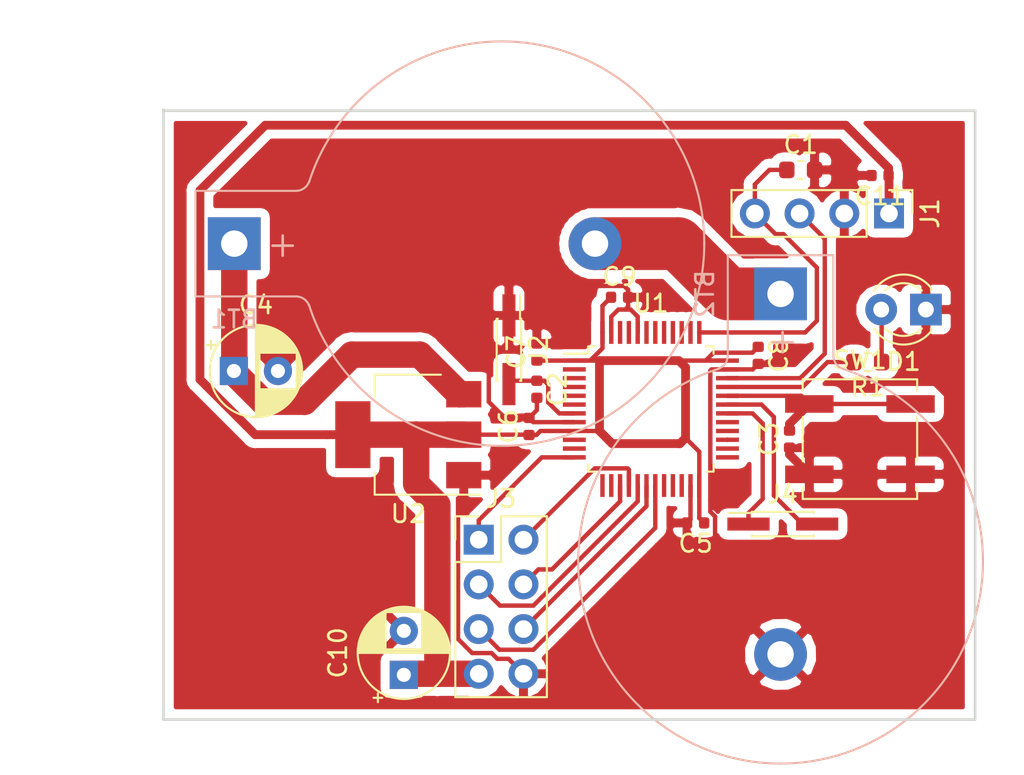
<source format=kicad_pcb>
(kicad_pcb (version 20171130) (host pcbnew 5.0.1)

  (general
    (thickness 1.6)
    (drawings 7)
    (tracks 194)
    (zones 0)
    (modules 22)
    (nets 44)
  )

  (page A4)
  (layers
    (0 F.Cu signal)
    (31 B.Cu signal)
    (32 B.Adhes user)
    (33 F.Adhes user)
    (34 B.Paste user)
    (35 F.Paste user)
    (36 B.SilkS user)
    (37 F.SilkS user)
    (38 B.Mask user)
    (39 F.Mask user)
    (40 Dwgs.User user)
    (41 Cmts.User user)
    (42 Eco1.User user)
    (43 Eco2.User user)
    (44 Edge.Cuts user)
    (45 Margin user)
    (46 B.CrtYd user)
    (47 F.CrtYd user)
    (48 B.Fab user)
    (49 F.Fab user)
  )

  (setup
    (last_trace_width 0.25)
    (user_trace_width 0.5)
    (user_trace_width 0.75)
    (user_trace_width 1)
    (user_trace_width 1.5)
    (user_trace_width 2)
    (user_trace_width 3)
    (trace_clearance 0.2)
    (zone_clearance 0.508)
    (zone_45_only no)
    (trace_min 0.2)
    (segment_width 0.2)
    (edge_width 0.15)
    (via_size 0.8)
    (via_drill 0.4)
    (via_min_size 0.4)
    (via_min_drill 0.3)
    (uvia_size 0.3)
    (uvia_drill 0.1)
    (uvias_allowed no)
    (uvia_min_size 0.2)
    (uvia_min_drill 0.1)
    (pcb_text_width 0.3)
    (pcb_text_size 1.5 1.5)
    (mod_edge_width 0.15)
    (mod_text_size 1 1)
    (mod_text_width 0.15)
    (pad_size 1.524 1.524)
    (pad_drill 0.762)
    (pad_to_mask_clearance 0.051)
    (solder_mask_min_width 0.25)
    (aux_axis_origin 0 0)
    (visible_elements FFFFFF7F)
    (pcbplotparams
      (layerselection 0x00000_7fffffff)
      (usegerberextensions false)
      (usegerberattributes false)
      (usegerberadvancedattributes false)
      (creategerberjobfile false)
      (excludeedgelayer true)
      (linewidth 0.100000)
      (plotframeref false)
      (viasonmask false)
      (mode 1)
      (useauxorigin false)
      (hpglpennumber 1)
      (hpglpenspeed 20)
      (hpglpendiameter 15.000000)
      (psnegative true)
      (psa4output false)
      (plotreference true)
      (plotvalue true)
      (plotinvisibletext false)
      (padsonsilk false)
      (subtractmaskfromsilk false)
      (outputformat 5)
      (mirror true)
      (drillshape 1)
      (scaleselection 1)
      (outputdirectory "svg"))
  )

  (net 0 "")
  (net 1 "Net-(BT1-Pad1)")
  (net 2 "Net-(BT1-Pad2)")
  (net 3 GND)
  (net 4 "Net-(C2-Pad1)")
  (net 5 "Net-(C3-Pad2)")
  (net 6 +3V3)
  (net 7 "Net-(D1-Pad2)")
  (net 8 /SWDIO)
  (net 9 /N_IRQ)
  (net 10 /N_MISO)
  (net 11 /N_MOSI)
  (net 12 /N_SCK)
  (net 13 /N_SCN)
  (net 14 /N_CE)
  (net 15 "Net-(U1-Pad2)")
  (net 16 "Net-(U1-Pad3)")
  (net 17 "Net-(U1-Pad4)")
  (net 18 "Net-(U1-Pad5)")
  (net 19 "Net-(U1-Pad6)")
  (net 20 "Net-(U1-Pad10)")
  (net 21 "Net-(U1-Pad11)")
  (net 22 "Net-(U1-Pad20)")
  (net 23 "Net-(U1-Pad21)")
  (net 24 "Net-(U1-Pad22)")
  (net 25 "Net-(U1-Pad25)")
  (net 26 "Net-(U1-Pad28)")
  (net 27 "Net-(U1-Pad29)")
  (net 28 "Net-(U1-Pad38)")
  (net 29 "Net-(U1-Pad39)")
  (net 30 "Net-(U1-Pad40)")
  (net 31 "Net-(U1-Pad41)")
  (net 32 "Net-(U1-Pad42)")
  (net 33 "Net-(U1-Pad43)")
  (net 34 "Net-(U1-Pad45)")
  (net 35 "Net-(U1-Pad46)")
  (net 36 "Net-(C1-Pad1)")
  (net 37 "Net-(U1-Pad26)")
  (net 38 "Net-(U1-Pad27)")
  (net 39 "Net-(U1-Pad13)")
  (net 40 "Net-(U1-Pad14)")
  (net 41 "Net-(R1-Pad2)")
  (net 42 "Net-(J4-Pad1)")
  (net 43 "Net-(J4-Pad2)")

  (net_class Default "This is the default net class."
    (clearance 0.2)
    (trace_width 0.25)
    (via_dia 0.8)
    (via_drill 0.4)
    (uvia_dia 0.3)
    (uvia_drill 0.1)
    (add_net +3V3)
    (add_net /N_CE)
    (add_net /N_IRQ)
    (add_net /N_MISO)
    (add_net /N_MOSI)
    (add_net /N_SCK)
    (add_net /N_SCN)
    (add_net /SWDIO)
    (add_net GND)
    (add_net "Net-(BT1-Pad1)")
    (add_net "Net-(BT1-Pad2)")
    (add_net "Net-(C1-Pad1)")
    (add_net "Net-(C2-Pad1)")
    (add_net "Net-(C3-Pad2)")
    (add_net "Net-(D1-Pad2)")
    (add_net "Net-(J4-Pad1)")
    (add_net "Net-(J4-Pad2)")
    (add_net "Net-(R1-Pad2)")
    (add_net "Net-(U1-Pad10)")
    (add_net "Net-(U1-Pad11)")
    (add_net "Net-(U1-Pad13)")
    (add_net "Net-(U1-Pad14)")
    (add_net "Net-(U1-Pad2)")
    (add_net "Net-(U1-Pad20)")
    (add_net "Net-(U1-Pad21)")
    (add_net "Net-(U1-Pad22)")
    (add_net "Net-(U1-Pad25)")
    (add_net "Net-(U1-Pad26)")
    (add_net "Net-(U1-Pad27)")
    (add_net "Net-(U1-Pad28)")
    (add_net "Net-(U1-Pad29)")
    (add_net "Net-(U1-Pad3)")
    (add_net "Net-(U1-Pad38)")
    (add_net "Net-(U1-Pad39)")
    (add_net "Net-(U1-Pad4)")
    (add_net "Net-(U1-Pad40)")
    (add_net "Net-(U1-Pad41)")
    (add_net "Net-(U1-Pad42)")
    (add_net "Net-(U1-Pad43)")
    (add_net "Net-(U1-Pad45)")
    (add_net "Net-(U1-Pad46)")
    (add_net "Net-(U1-Pad5)")
    (add_net "Net-(U1-Pad6)")
  )

  (module Connector_PinHeader_2.54mm:PinHeader_1x04_P2.54mm_Vertical (layer F.Cu) (tedit 59FED5CC) (tstamp 5C173079)
    (at 176.149 115.1255 270)
    (descr "Through hole straight pin header, 1x04, 2.54mm pitch, single row")
    (tags "Through hole pin header THT 1x04 2.54mm single row")
    (path /5C0B0103)
    (fp_text reference J1 (at 0 -2.33 270) (layer F.SilkS)
      (effects (font (size 1 1) (thickness 0.15)))
    )
    (fp_text value Conn_01x04 (at 0 9.95 270) (layer F.Fab)
      (effects (font (size 1 1) (thickness 0.15)))
    )
    (fp_line (start -0.635 -1.27) (end 1.27 -1.27) (layer F.Fab) (width 0.1))
    (fp_line (start 1.27 -1.27) (end 1.27 8.89) (layer F.Fab) (width 0.1))
    (fp_line (start 1.27 8.89) (end -1.27 8.89) (layer F.Fab) (width 0.1))
    (fp_line (start -1.27 8.89) (end -1.27 -0.635) (layer F.Fab) (width 0.1))
    (fp_line (start -1.27 -0.635) (end -0.635 -1.27) (layer F.Fab) (width 0.1))
    (fp_line (start -1.33 8.95) (end 1.33 8.95) (layer F.SilkS) (width 0.12))
    (fp_line (start -1.33 1.27) (end -1.33 8.95) (layer F.SilkS) (width 0.12))
    (fp_line (start 1.33 1.27) (end 1.33 8.95) (layer F.SilkS) (width 0.12))
    (fp_line (start -1.33 1.27) (end 1.33 1.27) (layer F.SilkS) (width 0.12))
    (fp_line (start -1.33 0) (end -1.33 -1.33) (layer F.SilkS) (width 0.12))
    (fp_line (start -1.33 -1.33) (end 0 -1.33) (layer F.SilkS) (width 0.12))
    (fp_line (start -1.8 -1.8) (end -1.8 9.4) (layer F.CrtYd) (width 0.05))
    (fp_line (start -1.8 9.4) (end 1.8 9.4) (layer F.CrtYd) (width 0.05))
    (fp_line (start 1.8 9.4) (end 1.8 -1.8) (layer F.CrtYd) (width 0.05))
    (fp_line (start 1.8 -1.8) (end -1.8 -1.8) (layer F.CrtYd) (width 0.05))
    (fp_text user %R (at 0 3.81) (layer F.Fab)
      (effects (font (size 1 1) (thickness 0.15)))
    )
    (pad 1 thru_hole rect (at 0 0 270) (size 1.7 1.7) (drill 1) (layers *.Cu *.Mask)
      (net 6 +3V3))
    (pad 2 thru_hole oval (at 0 2.54 270) (size 1.7 1.7) (drill 1) (layers *.Cu *.Mask)
      (net 3 GND))
    (pad 3 thru_hole oval (at 0 5.08 270) (size 1.7 1.7) (drill 1) (layers *.Cu *.Mask)
      (net 8 /SWDIO))
    (pad 4 thru_hole oval (at 0 7.62 270) (size 1.7 1.7) (drill 1) (layers *.Cu *.Mask)
      (net 36 "Net-(C1-Pad1)"))
    (model ${KISYS3DMOD}/Connector_PinHeader_2.54mm.3dshapes/PinHeader_1x04_P2.54mm_Vertical.wrl
      (at (xyz 0 0 0))
      (scale (xyz 1 1 1))
      (rotate (xyz 0 0 0))
    )
  )

  (module Connector_PinHeader_1.27mm:PinHeader_2x01_P1.27mm_Vertical_SMD (layer F.Cu) (tedit 59FED6E3) (tstamp 5C0F7ADE)
    (at 170.1165 132.7785)
    (descr "surface-mounted straight pin header, 2x01, 1.27mm pitch, double rows")
    (tags "Surface mounted pin header SMD 2x01 1.27mm double row")
    (path /5C102E6F)
    (attr smd)
    (fp_text reference J4 (at 0 -1.695) (layer F.SilkS)
      (effects (font (size 1 1) (thickness 0.15)))
    )
    (fp_text value Conn_02x01 (at 0 1.695) (layer F.Fab)
      (effects (font (size 1 1) (thickness 0.15)))
    )
    (fp_line (start 1.705 0.635) (end -1.705 0.635) (layer F.Fab) (width 0.1))
    (fp_line (start -1.27 -0.635) (end 1.705 -0.635) (layer F.Fab) (width 0.1))
    (fp_line (start -1.705 0.635) (end -1.705 -0.2) (layer F.Fab) (width 0.1))
    (fp_line (start -1.705 -0.2) (end -1.27 -0.635) (layer F.Fab) (width 0.1))
    (fp_line (start 1.705 -0.635) (end 1.705 0.635) (layer F.Fab) (width 0.1))
    (fp_line (start -1.705 -0.2) (end -2.75 -0.2) (layer F.Fab) (width 0.1))
    (fp_line (start -2.75 -0.2) (end -2.75 0.2) (layer F.Fab) (width 0.1))
    (fp_line (start -2.75 0.2) (end -1.705 0.2) (layer F.Fab) (width 0.1))
    (fp_line (start 1.705 -0.2) (end 2.75 -0.2) (layer F.Fab) (width 0.1))
    (fp_line (start 2.75 -0.2) (end 2.75 0.2) (layer F.Fab) (width 0.1))
    (fp_line (start 2.75 0.2) (end 1.705 0.2) (layer F.Fab) (width 0.1))
    (fp_line (start -1.765 -0.695) (end 1.765 -0.695) (layer F.SilkS) (width 0.12))
    (fp_line (start -1.765 0.695) (end 1.765 0.695) (layer F.SilkS) (width 0.12))
    (fp_line (start -3.09 -0.63) (end -1.765 -0.63) (layer F.SilkS) (width 0.12))
    (fp_line (start -1.765 -0.695) (end -1.765 -0.63) (layer F.SilkS) (width 0.12))
    (fp_line (start 1.765 -0.695) (end 1.765 -0.63) (layer F.SilkS) (width 0.12))
    (fp_line (start -1.765 0.63) (end -1.765 0.695) (layer F.SilkS) (width 0.12))
    (fp_line (start 1.765 0.63) (end 1.765 0.695) (layer F.SilkS) (width 0.12))
    (fp_line (start -4.3 -1.15) (end -4.3 1.15) (layer F.CrtYd) (width 0.05))
    (fp_line (start -4.3 1.15) (end 4.3 1.15) (layer F.CrtYd) (width 0.05))
    (fp_line (start 4.3 1.15) (end 4.3 -1.15) (layer F.CrtYd) (width 0.05))
    (fp_line (start 4.3 -1.15) (end -4.3 -1.15) (layer F.CrtYd) (width 0.05))
    (fp_text user %R (at 0 0 90) (layer F.Fab)
      (effects (font (size 1 1) (thickness 0.15)))
    )
    (pad 1 smd rect (at -1.95 0) (size 2.4 0.74) (layers F.Cu F.Paste F.Mask)
      (net 42 "Net-(J4-Pad1)"))
    (pad 2 smd rect (at 1.95 0) (size 2.4 0.74) (layers F.Cu F.Paste F.Mask)
      (net 43 "Net-(J4-Pad2)"))
    (model ${KISYS3DMOD}/Connector_PinHeader_1.27mm.3dshapes/PinHeader_2x01_P1.27mm_Vertical_SMD.wrl
      (at (xyz 0 0 0))
      (scale (xyz 1 1 1))
      (rotate (xyz 0 0 0))
    )
  )

  (module Resistor_SMD:R_0603_1608Metric (layer F.Cu) (tedit 5B301BBD) (tstamp 5C17831E)
    (at 174.9425 123.571 180)
    (descr "Resistor SMD 0603 (1608 Metric), square (rectangular) end terminal, IPC_7351 nominal, (Body size source: http://www.tortai-tech.com/upload/download/2011102023233369053.pdf), generated with kicad-footprint-generator")
    (tags resistor)
    (path /5C16258C)
    (attr smd)
    (fp_text reference R1 (at 0 -1.43 180) (layer F.SilkS)
      (effects (font (size 1 1) (thickness 0.15)))
    )
    (fp_text value 220 (at 0 1.43 180) (layer F.Fab)
      (effects (font (size 1 1) (thickness 0.15)))
    )
    (fp_line (start -0.8 0.4) (end -0.8 -0.4) (layer F.Fab) (width 0.1))
    (fp_line (start -0.8 -0.4) (end 0.8 -0.4) (layer F.Fab) (width 0.1))
    (fp_line (start 0.8 -0.4) (end 0.8 0.4) (layer F.Fab) (width 0.1))
    (fp_line (start 0.8 0.4) (end -0.8 0.4) (layer F.Fab) (width 0.1))
    (fp_line (start -0.162779 -0.51) (end 0.162779 -0.51) (layer F.SilkS) (width 0.12))
    (fp_line (start -0.162779 0.51) (end 0.162779 0.51) (layer F.SilkS) (width 0.12))
    (fp_line (start -1.48 0.73) (end -1.48 -0.73) (layer F.CrtYd) (width 0.05))
    (fp_line (start -1.48 -0.73) (end 1.48 -0.73) (layer F.CrtYd) (width 0.05))
    (fp_line (start 1.48 -0.73) (end 1.48 0.73) (layer F.CrtYd) (width 0.05))
    (fp_line (start 1.48 0.73) (end -1.48 0.73) (layer F.CrtYd) (width 0.05))
    (fp_text user %R (at 0 0 180) (layer F.Fab)
      (effects (font (size 0.4 0.4) (thickness 0.06)))
    )
    (pad 1 smd roundrect (at -0.7875 0 180) (size 0.875 0.95) (layers F.Cu F.Paste F.Mask) (roundrect_rratio 0.25)
      (net 7 "Net-(D1-Pad2)"))
    (pad 2 smd roundrect (at 0.7875 0 180) (size 0.875 0.95) (layers F.Cu F.Paste F.Mask) (roundrect_rratio 0.25)
      (net 41 "Net-(R1-Pad2)"))
    (model ${KISYS3DMOD}/Resistor_SMD.3dshapes/R_0603_1608Metric.wrl
      (at (xyz 0 0 0))
      (scale (xyz 1 1 1))
      (rotate (xyz 0 0 0))
    )
  )

  (module Button_Switch_SMD:SW_SPST_B3SL-1002P (layer F.Cu) (tedit 5A02FC95) (tstamp 5C1730CE)
    (at 174.498 127.9525)
    (descr "Middle Stroke Tactile Switch, B3SL")
    (tags "Middle Stroke Tactile Switch")
    (path /5C0BD34E)
    (attr smd)
    (fp_text reference SW1 (at 0 -4.5) (layer F.SilkS)
      (effects (font (size 1 1) (thickness 0.15)))
    )
    (fp_text value SW_Push (at 0 4.75) (layer F.Fab)
      (effects (font (size 1 1) (thickness 0.15)))
    )
    (fp_text user %R (at 0 -4.5) (layer F.Fab)
      (effects (font (size 1 1) (thickness 0.15)))
    )
    (fp_circle (center 0 0) (end 1.25 0) (layer F.Fab) (width 0.1))
    (fp_line (start -4.5 3.65) (end 4.5 3.65) (layer F.CrtYd) (width 0.05))
    (fp_line (start 4.5 3.65) (end 4.5 -3.65) (layer F.CrtYd) (width 0.05))
    (fp_line (start 4.5 -3.65) (end -4.5 -3.65) (layer F.CrtYd) (width 0.05))
    (fp_line (start -4.5 -3.65) (end -4.5 3.65) (layer F.CrtYd) (width 0.05))
    (fp_line (start 3.25 2.75) (end 3.25 3.4) (layer F.SilkS) (width 0.12))
    (fp_line (start 3.25 3.4) (end -3.25 3.4) (layer F.SilkS) (width 0.12))
    (fp_line (start -3.25 3.4) (end -3.25 2.75) (layer F.SilkS) (width 0.12))
    (fp_line (start 3.25 -2.75) (end 3.25 -3.4) (layer F.SilkS) (width 0.12))
    (fp_line (start 3.25 -3.4) (end -3.25 -3.4) (layer F.SilkS) (width 0.12))
    (fp_line (start -3.25 -3.4) (end -3.25 -2.75) (layer F.SilkS) (width 0.12))
    (fp_line (start 3.25 -1.25) (end 3.25 1.25) (layer F.SilkS) (width 0.12))
    (fp_line (start -3.25 -1.25) (end -3.25 1.25) (layer F.SilkS) (width 0.12))
    (fp_line (start -3.1 -3.25) (end 3.1 -3.25) (layer F.Fab) (width 0.1))
    (fp_line (start 3.1 -3.25) (end 3.1 3.25) (layer F.Fab) (width 0.1))
    (fp_line (start 3.1 3.25) (end -3.1 3.25) (layer F.Fab) (width 0.1))
    (fp_line (start -3.1 3.25) (end -3.1 -3.25) (layer F.Fab) (width 0.1))
    (pad 1 smd rect (at -2.875 -2) (size 2.75 1) (layers F.Cu F.Paste F.Mask)
      (net 5 "Net-(C3-Pad2)"))
    (pad 1 smd rect (at 2.875 -2) (size 2.75 1) (layers F.Cu F.Paste F.Mask)
      (net 5 "Net-(C3-Pad2)"))
    (pad 2 smd rect (at 2.875 2) (size 2.75 1) (layers F.Cu F.Paste F.Mask)
      (net 3 GND))
    (pad 2 smd rect (at -2.875 2) (size 2.75 1) (layers F.Cu F.Paste F.Mask)
      (net 3 GND))
    (model ${KISYS3DMOD}/Button_Switch_SMD.3dshapes/SW_SPST_B3SL-1002P.wrl
      (at (xyz 0 0 0))
      (scale (xyz 1 1 1))
      (rotate (xyz 0 0 0))
    )
  )

  (module Battery:BatteryHolder_Keystone_103_1x20mm (layer B.Cu) (tedit 5787C32C) (tstamp 5C172EBD)
    (at 169.9895 119.6975 270)
    (descr http://www.keyelco.com/product-pdf.cfm?p=719)
    (tags "Keystone type 103 battery holder")
    (path /5C0B2DE3)
    (fp_text reference BT2 (at 0 4.3 270) (layer B.SilkS)
      (effects (font (size 1 1) (thickness 0.15)) (justify mirror))
    )
    (fp_text value Battery_Cell (at 15 -13 270) (layer B.Fab)
      (effects (font (size 1 1) (thickness 0.15)) (justify mirror))
    )
    (fp_text user + (at 2.75 0 270) (layer B.SilkS)
      (effects (font (size 1.5 1.5) (thickness 0.15)) (justify mirror))
    )
    (fp_text user %R (at 0 0 270) (layer B.Fab)
      (effects (font (size 1 1) (thickness 0.15)) (justify mirror))
    )
    (fp_arc (start 15.2 0) (end 4.01 -3.6) (angle 162.5) (layer B.CrtYd) (width 0.05))
    (fp_arc (start 15.2 0) (end 4.01 3.6) (angle -162.5) (layer B.CrtYd) (width 0.05))
    (fp_arc (start 3.5 -3.8) (end 3.5 -3.25) (angle -70) (layer B.CrtYd) (width 0.05))
    (fp_arc (start 3.5 3.8) (end 3.5 3.25) (angle 70) (layer B.CrtYd) (width 0.05))
    (fp_arc (start 15.2 0) (end 4.25 -3.5) (angle 162.5) (layer B.SilkS) (width 0.12))
    (fp_arc (start 3.5 -3.8) (end 3.5 -3) (angle -70) (layer B.SilkS) (width 0.12))
    (fp_arc (start 15.2 0) (end 4.25 3.5) (angle -162.5) (layer B.SilkS) (width 0.12))
    (fp_arc (start 3.5 3.8) (end 3.5 3) (angle 70) (layer B.SilkS) (width 0.12))
    (fp_arc (start 3.5 -3.8) (end 3.5 -2.9) (angle -70) (layer B.Fab) (width 0.1))
    (fp_arc (start 15.2 0) (end 4.35 -3.5) (angle 162.5) (layer B.Fab) (width 0.1))
    (fp_arc (start 15.2 0) (end 4.35 3.5) (angle -162.5) (layer B.Fab) (width 0.1))
    (fp_arc (start 15.2 0) (end 5.2 -1.3) (angle 180) (layer B.Fab) (width 0.1))
    (fp_line (start -2.45 3.25) (end 3.5 3.25) (layer B.CrtYd) (width 0.05))
    (fp_line (start -2.45 -3.25) (end 3.5 -3.25) (layer B.CrtYd) (width 0.05))
    (fp_line (start -2.45 -3.25) (end -2.45 3.25) (layer B.CrtYd) (width 0.05))
    (fp_line (start -2.2 3) (end 3.5 3) (layer B.SilkS) (width 0.12))
    (fp_line (start -2.2 -3) (end -2.2 3) (layer B.SilkS) (width 0.12))
    (fp_line (start -2.2 -3) (end 3.5 -3) (layer B.SilkS) (width 0.12))
    (fp_arc (start 15.2 0) (end 9 -1.3) (angle 170) (layer B.Fab) (width 0.1))
    (fp_arc (start 15.2 0) (end 13.3 -1.3) (angle 150) (layer B.Fab) (width 0.1))
    (fp_line (start 23.5712 -7.7216) (end 22.6568 -6.8834) (layer B.Fab) (width 0.1))
    (fp_line (start 23.5712 7.7216) (end 22.6314 6.858) (layer B.Fab) (width 0.1))
    (fp_arc (start 15.2 0) (end 13.3 1.3) (angle -150) (layer B.Fab) (width 0.1))
    (fp_arc (start 15.2 0) (end 9 1.3) (angle -170) (layer B.Fab) (width 0.1))
    (fp_arc (start 15.2 0) (end 5.2 1.3) (angle -180) (layer B.Fab) (width 0.1))
    (fp_line (start 3.5306 2.9) (end -1.7 2.9) (layer B.Fab) (width 0.1))
    (fp_line (start -1.7 -2.9) (end 3.5306 -2.9) (layer B.Fab) (width 0.1))
    (fp_line (start -2.1 2.5) (end -2.1 -2.5) (layer B.Fab) (width 0.1))
    (fp_line (start 0 -1.3) (end 16.2 -1.3) (layer B.Fab) (width 0.1))
    (fp_line (start 16.2 1.3) (end 0 1.3) (layer B.Fab) (width 0.1))
    (fp_arc (start 3.5 3.8) (end 3.5 2.9) (angle 70) (layer B.Fab) (width 0.1))
    (fp_arc (start 16.2 0) (end 16.2 1.3) (angle -180) (layer B.Fab) (width 0.1))
    (fp_line (start 0 1.3) (end 0 -1.3) (layer B.Fab) (width 0.1))
    (fp_arc (start -1.7 -2.5) (end -2.1 -2.5) (angle 90) (layer B.Fab) (width 0.1))
    (fp_arc (start -1.7 2.5) (end -2.1 2.5) (angle -90) (layer B.Fab) (width 0.1))
    (pad 2 thru_hole circle (at 20.49 0 270) (size 3 3) (drill 1.5) (layers *.Cu *.Mask)
      (net 3 GND))
    (pad 1 thru_hole rect (at 0 0 270) (size 3 3) (drill 1.5) (layers *.Cu *.Mask)
      (net 2 "Net-(BT1-Pad2)"))
    (model ${KISYS3DMOD}/Battery.3dshapes/BatteryHolder_Keystone_103_1x20mm.wrl
      (at (xyz 0 0 0))
      (scale (xyz 1 1 1))
      (rotate (xyz 0 0 0))
    )
  )

  (module Battery:BatteryHolder_Keystone_103_1x20mm (layer B.Cu) (tedit 5787C32C) (tstamp 5C1745D5)
    (at 138.9585 116.84)
    (descr http://www.keyelco.com/product-pdf.cfm?p=719)
    (tags "Keystone type 103 battery holder")
    (path /5C0B2F6B)
    (fp_text reference BT1 (at 0 4.3) (layer B.SilkS)
      (effects (font (size 1 1) (thickness 0.15)) (justify mirror))
    )
    (fp_text value Battery_Cell (at 15 -13) (layer B.Fab)
      (effects (font (size 1 1) (thickness 0.15)) (justify mirror))
    )
    (fp_arc (start -1.7 2.5) (end -2.1 2.5) (angle -90) (layer B.Fab) (width 0.1))
    (fp_arc (start -1.7 -2.5) (end -2.1 -2.5) (angle 90) (layer B.Fab) (width 0.1))
    (fp_line (start 0 1.3) (end 0 -1.3) (layer B.Fab) (width 0.1))
    (fp_arc (start 16.2 0) (end 16.2 1.3) (angle -180) (layer B.Fab) (width 0.1))
    (fp_arc (start 3.5 3.8) (end 3.5 2.9) (angle 70) (layer B.Fab) (width 0.1))
    (fp_line (start 16.2 1.3) (end 0 1.3) (layer B.Fab) (width 0.1))
    (fp_line (start 0 -1.3) (end 16.2 -1.3) (layer B.Fab) (width 0.1))
    (fp_line (start -2.1 2.5) (end -2.1 -2.5) (layer B.Fab) (width 0.1))
    (fp_line (start -1.7 -2.9) (end 3.5306 -2.9) (layer B.Fab) (width 0.1))
    (fp_line (start 3.5306 2.9) (end -1.7 2.9) (layer B.Fab) (width 0.1))
    (fp_arc (start 15.2 0) (end 5.2 1.3) (angle -180) (layer B.Fab) (width 0.1))
    (fp_arc (start 15.2 0) (end 9 1.3) (angle -170) (layer B.Fab) (width 0.1))
    (fp_arc (start 15.2 0) (end 13.3 1.3) (angle -150) (layer B.Fab) (width 0.1))
    (fp_line (start 23.5712 7.7216) (end 22.6314 6.858) (layer B.Fab) (width 0.1))
    (fp_line (start 23.5712 -7.7216) (end 22.6568 -6.8834) (layer B.Fab) (width 0.1))
    (fp_arc (start 15.2 0) (end 13.3 -1.3) (angle 150) (layer B.Fab) (width 0.1))
    (fp_arc (start 15.2 0) (end 9 -1.3) (angle 170) (layer B.Fab) (width 0.1))
    (fp_line (start -2.2 -3) (end 3.5 -3) (layer B.SilkS) (width 0.12))
    (fp_line (start -2.2 -3) (end -2.2 3) (layer B.SilkS) (width 0.12))
    (fp_line (start -2.2 3) (end 3.5 3) (layer B.SilkS) (width 0.12))
    (fp_line (start -2.45 -3.25) (end -2.45 3.25) (layer B.CrtYd) (width 0.05))
    (fp_line (start -2.45 -3.25) (end 3.5 -3.25) (layer B.CrtYd) (width 0.05))
    (fp_line (start -2.45 3.25) (end 3.5 3.25) (layer B.CrtYd) (width 0.05))
    (fp_arc (start 15.2 0) (end 5.2 -1.3) (angle 180) (layer B.Fab) (width 0.1))
    (fp_arc (start 15.2 0) (end 4.35 3.5) (angle -162.5) (layer B.Fab) (width 0.1))
    (fp_arc (start 15.2 0) (end 4.35 -3.5) (angle 162.5) (layer B.Fab) (width 0.1))
    (fp_arc (start 3.5 -3.8) (end 3.5 -2.9) (angle -70) (layer B.Fab) (width 0.1))
    (fp_arc (start 3.5 3.8) (end 3.5 3) (angle 70) (layer B.SilkS) (width 0.12))
    (fp_arc (start 15.2 0) (end 4.25 3.5) (angle -162.5) (layer B.SilkS) (width 0.12))
    (fp_arc (start 3.5 -3.8) (end 3.5 -3) (angle -70) (layer B.SilkS) (width 0.12))
    (fp_arc (start 15.2 0) (end 4.25 -3.5) (angle 162.5) (layer B.SilkS) (width 0.12))
    (fp_arc (start 3.5 3.8) (end 3.5 3.25) (angle 70) (layer B.CrtYd) (width 0.05))
    (fp_arc (start 3.5 -3.8) (end 3.5 -3.25) (angle -70) (layer B.CrtYd) (width 0.05))
    (fp_arc (start 15.2 0) (end 4.01 3.6) (angle -162.5) (layer B.CrtYd) (width 0.05))
    (fp_arc (start 15.2 0) (end 4.01 -3.6) (angle 162.5) (layer B.CrtYd) (width 0.05))
    (fp_text user %R (at 0 0) (layer B.Fab)
      (effects (font (size 1 1) (thickness 0.15)) (justify mirror))
    )
    (fp_text user + (at 2.75 0) (layer B.SilkS)
      (effects (font (size 1.5 1.5) (thickness 0.15)) (justify mirror))
    )
    (pad 1 thru_hole rect (at 0 0) (size 3 3) (drill 1.5) (layers *.Cu *.Mask)
      (net 1 "Net-(BT1-Pad1)"))
    (pad 2 thru_hole circle (at 20.49 0) (size 3 3) (drill 1.5) (layers *.Cu *.Mask)
      (net 2 "Net-(BT1-Pad2)"))
    (model ${KISYS3DMOD}/Battery.3dshapes/BatteryHolder_Keystone_103_1x20mm.wrl
      (at (xyz 0 0 0))
      (scale (xyz 1 1 1))
      (rotate (xyz 0 0 0))
    )
  )

  (module Capacitor_SMD:C_0603_1608Metric (layer F.Cu) (tedit 5C0ABDBB) (tstamp 5C172ECE)
    (at 171.1325 112.649)
    (descr "Capacitor SMD 0603 (1608 Metric), square (rectangular) end terminal, IPC_7351 nominal, (Body size source: http://www.tortai-tech.com/upload/download/2011102023233369053.pdf), generated with kicad-footprint-generator")
    (tags capacitor)
    (path /5C1305D2)
    (attr smd)
    (fp_text reference C1 (at 0 -1.43) (layer F.SilkS)
      (effects (font (size 1 1) (thickness 0.15)))
    )
    (fp_text value 10pf (at 0 1.43) (layer F.Fab)
      (effects (font (size 1 1) (thickness 0.15)))
    )
    (fp_line (start -0.8 0.4) (end -0.8 -0.4) (layer F.Fab) (width 0.1))
    (fp_line (start -0.8 -0.4) (end 0.8 -0.4) (layer F.Fab) (width 0.1))
    (fp_line (start 0.8 -0.4) (end 0.8 0.4) (layer F.Fab) (width 0.1))
    (fp_line (start 0.8 0.4) (end -0.8 0.4) (layer F.Fab) (width 0.1))
    (fp_line (start -0.162779 -0.51) (end 0.162779 -0.51) (layer F.SilkS) (width 0.12))
    (fp_line (start -0.162779 0.51) (end 0.162779 0.51) (layer F.SilkS) (width 0.12))
    (fp_line (start -1.48 0.73) (end -1.48 -0.73) (layer F.CrtYd) (width 0.05))
    (fp_line (start -1.48 -0.73) (end 1.48 -0.73) (layer F.CrtYd) (width 0.05))
    (fp_line (start 1.48 -0.73) (end 1.48 0.73) (layer F.CrtYd) (width 0.05))
    (fp_line (start 1.48 0.73) (end -1.48 0.73) (layer F.CrtYd) (width 0.05))
    (fp_text user %R (at 0 0) (layer F.Fab)
      (effects (font (size 0.4 0.4) (thickness 0.06)))
    )
    (pad 1 smd roundrect (at -0.7875 0) (size 0.875 0.95) (layers F.Cu F.Paste F.Mask) (roundrect_rratio 0.25)
      (net 36 "Net-(C1-Pad1)"))
    (pad 2 smd roundrect (at 0.7875 0) (size 0.875 0.95) (layers F.Cu F.Paste F.Mask) (roundrect_rratio 0.25)
      (net 3 GND))
    (model ${KISYS3DMOD}/Capacitor_SMD.3dshapes/C_0603_1608Metric.wrl
      (at (xyz 0 0 0))
      (scale (xyz 1 1 1))
      (rotate (xyz 0 0 0))
    )
  )

  (module Capacitor_SMD:C_0402_1005Metric (layer F.Cu) (tedit 5B301BBE) (tstamp 5C172EDD)
    (at 156.1465 125.118 270)
    (descr "Capacitor SMD 0402 (1005 Metric), square (rectangular) end terminal, IPC_7351 nominal, (Body size source: http://www.tortai-tech.com/upload/download/2011102023233369053.pdf), generated with kicad-footprint-generator")
    (tags capacitor)
    (path /5C0A89B3)
    (attr smd)
    (fp_text reference C2 (at 0 -1.17 270) (layer F.SilkS)
      (effects (font (size 1 1) (thickness 0.15)))
    )
    (fp_text value 0.1u (at 0 1.17 270) (layer F.Fab)
      (effects (font (size 1 1) (thickness 0.15)))
    )
    (fp_text user %R (at 0 0 270) (layer F.Fab)
      (effects (font (size 0.25 0.25) (thickness 0.04)))
    )
    (fp_line (start 0.93 0.47) (end -0.93 0.47) (layer F.CrtYd) (width 0.05))
    (fp_line (start 0.93 -0.47) (end 0.93 0.47) (layer F.CrtYd) (width 0.05))
    (fp_line (start -0.93 -0.47) (end 0.93 -0.47) (layer F.CrtYd) (width 0.05))
    (fp_line (start -0.93 0.47) (end -0.93 -0.47) (layer F.CrtYd) (width 0.05))
    (fp_line (start 0.5 0.25) (end -0.5 0.25) (layer F.Fab) (width 0.1))
    (fp_line (start 0.5 -0.25) (end 0.5 0.25) (layer F.Fab) (width 0.1))
    (fp_line (start -0.5 -0.25) (end 0.5 -0.25) (layer F.Fab) (width 0.1))
    (fp_line (start -0.5 0.25) (end -0.5 -0.25) (layer F.Fab) (width 0.1))
    (pad 2 smd roundrect (at 0.485 0 270) (size 0.59 0.64) (layers F.Cu F.Paste F.Mask) (roundrect_rratio 0.25)
      (net 3 GND))
    (pad 1 smd roundrect (at -0.485 0 270) (size 0.59 0.64) (layers F.Cu F.Paste F.Mask) (roundrect_rratio 0.25)
      (net 4 "Net-(C2-Pad1)"))
    (model ${KISYS3DMOD}/Capacitor_SMD.3dshapes/C_0402_1005Metric.wrl
      (at (xyz 0 0 0))
      (scale (xyz 1 1 1))
      (rotate (xyz 0 0 0))
    )
  )

  (module Capacitor_SMD:C_0402_1005Metric (layer F.Cu) (tedit 5B301BBE) (tstamp 5C0F7F93)
    (at 170.4975 127.9525 90)
    (descr "Capacitor SMD 0402 (1005 Metric), square (rectangular) end terminal, IPC_7351 nominal, (Body size source: http://www.tortai-tech.com/upload/download/2011102023233369053.pdf), generated with kicad-footprint-generator")
    (tags capacitor)
    (path /5C1154B2)
    (attr smd)
    (fp_text reference C3 (at 0 -1.17 90) (layer F.SilkS)
      (effects (font (size 1 1) (thickness 0.15)))
    )
    (fp_text value 0.1u (at 0 1.17 90) (layer F.Fab)
      (effects (font (size 1 1) (thickness 0.15)))
    )
    (fp_text user %R (at 0 0 90) (layer F.Fab)
      (effects (font (size 0.25 0.25) (thickness 0.04)))
    )
    (fp_line (start 0.93 0.47) (end -0.93 0.47) (layer F.CrtYd) (width 0.05))
    (fp_line (start 0.93 -0.47) (end 0.93 0.47) (layer F.CrtYd) (width 0.05))
    (fp_line (start -0.93 -0.47) (end 0.93 -0.47) (layer F.CrtYd) (width 0.05))
    (fp_line (start -0.93 0.47) (end -0.93 -0.47) (layer F.CrtYd) (width 0.05))
    (fp_line (start 0.5 0.25) (end -0.5 0.25) (layer F.Fab) (width 0.1))
    (fp_line (start 0.5 -0.25) (end 0.5 0.25) (layer F.Fab) (width 0.1))
    (fp_line (start -0.5 -0.25) (end 0.5 -0.25) (layer F.Fab) (width 0.1))
    (fp_line (start -0.5 0.25) (end -0.5 -0.25) (layer F.Fab) (width 0.1))
    (pad 2 smd roundrect (at 0.485 0 90) (size 0.59 0.64) (layers F.Cu F.Paste F.Mask) (roundrect_rratio 0.25)
      (net 5 "Net-(C3-Pad2)"))
    (pad 1 smd roundrect (at -0.485 0 90) (size 0.59 0.64) (layers F.Cu F.Paste F.Mask) (roundrect_rratio 0.25)
      (net 3 GND))
    (model ${KISYS3DMOD}/Capacitor_SMD.3dshapes/C_0402_1005Metric.wrl
      (at (xyz 0 0 0))
      (scale (xyz 1 1 1))
      (rotate (xyz 0 0 0))
    )
  )

  (module Capacitor_THT:CP_Radial_D5.0mm_P2.50mm (layer F.Cu) (tedit 5AE50EF0) (tstamp 5C172F70)
    (at 138.938 124.079)
    (descr "CP, Radial series, Radial, pin pitch=2.50mm, , diameter=5mm, Electrolytic Capacitor")
    (tags "CP Radial series Radial pin pitch 2.50mm  diameter 5mm Electrolytic Capacitor")
    (path /5C137220)
    (fp_text reference C4 (at 1.25 -3.75) (layer F.SilkS)
      (effects (font (size 1 1) (thickness 0.15)))
    )
    (fp_text value CP (at 1.25 3.75) (layer F.Fab)
      (effects (font (size 1 1) (thickness 0.15)))
    )
    (fp_circle (center 1.25 0) (end 3.75 0) (layer F.Fab) (width 0.1))
    (fp_circle (center 1.25 0) (end 3.87 0) (layer F.SilkS) (width 0.12))
    (fp_circle (center 1.25 0) (end 4 0) (layer F.CrtYd) (width 0.05))
    (fp_line (start -0.883605 -1.0875) (end -0.383605 -1.0875) (layer F.Fab) (width 0.1))
    (fp_line (start -0.633605 -1.3375) (end -0.633605 -0.8375) (layer F.Fab) (width 0.1))
    (fp_line (start 1.25 -2.58) (end 1.25 2.58) (layer F.SilkS) (width 0.12))
    (fp_line (start 1.29 -2.58) (end 1.29 2.58) (layer F.SilkS) (width 0.12))
    (fp_line (start 1.33 -2.579) (end 1.33 2.579) (layer F.SilkS) (width 0.12))
    (fp_line (start 1.37 -2.578) (end 1.37 2.578) (layer F.SilkS) (width 0.12))
    (fp_line (start 1.41 -2.576) (end 1.41 2.576) (layer F.SilkS) (width 0.12))
    (fp_line (start 1.45 -2.573) (end 1.45 2.573) (layer F.SilkS) (width 0.12))
    (fp_line (start 1.49 -2.569) (end 1.49 -1.04) (layer F.SilkS) (width 0.12))
    (fp_line (start 1.49 1.04) (end 1.49 2.569) (layer F.SilkS) (width 0.12))
    (fp_line (start 1.53 -2.565) (end 1.53 -1.04) (layer F.SilkS) (width 0.12))
    (fp_line (start 1.53 1.04) (end 1.53 2.565) (layer F.SilkS) (width 0.12))
    (fp_line (start 1.57 -2.561) (end 1.57 -1.04) (layer F.SilkS) (width 0.12))
    (fp_line (start 1.57 1.04) (end 1.57 2.561) (layer F.SilkS) (width 0.12))
    (fp_line (start 1.61 -2.556) (end 1.61 -1.04) (layer F.SilkS) (width 0.12))
    (fp_line (start 1.61 1.04) (end 1.61 2.556) (layer F.SilkS) (width 0.12))
    (fp_line (start 1.65 -2.55) (end 1.65 -1.04) (layer F.SilkS) (width 0.12))
    (fp_line (start 1.65 1.04) (end 1.65 2.55) (layer F.SilkS) (width 0.12))
    (fp_line (start 1.69 -2.543) (end 1.69 -1.04) (layer F.SilkS) (width 0.12))
    (fp_line (start 1.69 1.04) (end 1.69 2.543) (layer F.SilkS) (width 0.12))
    (fp_line (start 1.73 -2.536) (end 1.73 -1.04) (layer F.SilkS) (width 0.12))
    (fp_line (start 1.73 1.04) (end 1.73 2.536) (layer F.SilkS) (width 0.12))
    (fp_line (start 1.77 -2.528) (end 1.77 -1.04) (layer F.SilkS) (width 0.12))
    (fp_line (start 1.77 1.04) (end 1.77 2.528) (layer F.SilkS) (width 0.12))
    (fp_line (start 1.81 -2.52) (end 1.81 -1.04) (layer F.SilkS) (width 0.12))
    (fp_line (start 1.81 1.04) (end 1.81 2.52) (layer F.SilkS) (width 0.12))
    (fp_line (start 1.85 -2.511) (end 1.85 -1.04) (layer F.SilkS) (width 0.12))
    (fp_line (start 1.85 1.04) (end 1.85 2.511) (layer F.SilkS) (width 0.12))
    (fp_line (start 1.89 -2.501) (end 1.89 -1.04) (layer F.SilkS) (width 0.12))
    (fp_line (start 1.89 1.04) (end 1.89 2.501) (layer F.SilkS) (width 0.12))
    (fp_line (start 1.93 -2.491) (end 1.93 -1.04) (layer F.SilkS) (width 0.12))
    (fp_line (start 1.93 1.04) (end 1.93 2.491) (layer F.SilkS) (width 0.12))
    (fp_line (start 1.971 -2.48) (end 1.971 -1.04) (layer F.SilkS) (width 0.12))
    (fp_line (start 1.971 1.04) (end 1.971 2.48) (layer F.SilkS) (width 0.12))
    (fp_line (start 2.011 -2.468) (end 2.011 -1.04) (layer F.SilkS) (width 0.12))
    (fp_line (start 2.011 1.04) (end 2.011 2.468) (layer F.SilkS) (width 0.12))
    (fp_line (start 2.051 -2.455) (end 2.051 -1.04) (layer F.SilkS) (width 0.12))
    (fp_line (start 2.051 1.04) (end 2.051 2.455) (layer F.SilkS) (width 0.12))
    (fp_line (start 2.091 -2.442) (end 2.091 -1.04) (layer F.SilkS) (width 0.12))
    (fp_line (start 2.091 1.04) (end 2.091 2.442) (layer F.SilkS) (width 0.12))
    (fp_line (start 2.131 -2.428) (end 2.131 -1.04) (layer F.SilkS) (width 0.12))
    (fp_line (start 2.131 1.04) (end 2.131 2.428) (layer F.SilkS) (width 0.12))
    (fp_line (start 2.171 -2.414) (end 2.171 -1.04) (layer F.SilkS) (width 0.12))
    (fp_line (start 2.171 1.04) (end 2.171 2.414) (layer F.SilkS) (width 0.12))
    (fp_line (start 2.211 -2.398) (end 2.211 -1.04) (layer F.SilkS) (width 0.12))
    (fp_line (start 2.211 1.04) (end 2.211 2.398) (layer F.SilkS) (width 0.12))
    (fp_line (start 2.251 -2.382) (end 2.251 -1.04) (layer F.SilkS) (width 0.12))
    (fp_line (start 2.251 1.04) (end 2.251 2.382) (layer F.SilkS) (width 0.12))
    (fp_line (start 2.291 -2.365) (end 2.291 -1.04) (layer F.SilkS) (width 0.12))
    (fp_line (start 2.291 1.04) (end 2.291 2.365) (layer F.SilkS) (width 0.12))
    (fp_line (start 2.331 -2.348) (end 2.331 -1.04) (layer F.SilkS) (width 0.12))
    (fp_line (start 2.331 1.04) (end 2.331 2.348) (layer F.SilkS) (width 0.12))
    (fp_line (start 2.371 -2.329) (end 2.371 -1.04) (layer F.SilkS) (width 0.12))
    (fp_line (start 2.371 1.04) (end 2.371 2.329) (layer F.SilkS) (width 0.12))
    (fp_line (start 2.411 -2.31) (end 2.411 -1.04) (layer F.SilkS) (width 0.12))
    (fp_line (start 2.411 1.04) (end 2.411 2.31) (layer F.SilkS) (width 0.12))
    (fp_line (start 2.451 -2.29) (end 2.451 -1.04) (layer F.SilkS) (width 0.12))
    (fp_line (start 2.451 1.04) (end 2.451 2.29) (layer F.SilkS) (width 0.12))
    (fp_line (start 2.491 -2.268) (end 2.491 -1.04) (layer F.SilkS) (width 0.12))
    (fp_line (start 2.491 1.04) (end 2.491 2.268) (layer F.SilkS) (width 0.12))
    (fp_line (start 2.531 -2.247) (end 2.531 -1.04) (layer F.SilkS) (width 0.12))
    (fp_line (start 2.531 1.04) (end 2.531 2.247) (layer F.SilkS) (width 0.12))
    (fp_line (start 2.571 -2.224) (end 2.571 -1.04) (layer F.SilkS) (width 0.12))
    (fp_line (start 2.571 1.04) (end 2.571 2.224) (layer F.SilkS) (width 0.12))
    (fp_line (start 2.611 -2.2) (end 2.611 -1.04) (layer F.SilkS) (width 0.12))
    (fp_line (start 2.611 1.04) (end 2.611 2.2) (layer F.SilkS) (width 0.12))
    (fp_line (start 2.651 -2.175) (end 2.651 -1.04) (layer F.SilkS) (width 0.12))
    (fp_line (start 2.651 1.04) (end 2.651 2.175) (layer F.SilkS) (width 0.12))
    (fp_line (start 2.691 -2.149) (end 2.691 -1.04) (layer F.SilkS) (width 0.12))
    (fp_line (start 2.691 1.04) (end 2.691 2.149) (layer F.SilkS) (width 0.12))
    (fp_line (start 2.731 -2.122) (end 2.731 -1.04) (layer F.SilkS) (width 0.12))
    (fp_line (start 2.731 1.04) (end 2.731 2.122) (layer F.SilkS) (width 0.12))
    (fp_line (start 2.771 -2.095) (end 2.771 -1.04) (layer F.SilkS) (width 0.12))
    (fp_line (start 2.771 1.04) (end 2.771 2.095) (layer F.SilkS) (width 0.12))
    (fp_line (start 2.811 -2.065) (end 2.811 -1.04) (layer F.SilkS) (width 0.12))
    (fp_line (start 2.811 1.04) (end 2.811 2.065) (layer F.SilkS) (width 0.12))
    (fp_line (start 2.851 -2.035) (end 2.851 -1.04) (layer F.SilkS) (width 0.12))
    (fp_line (start 2.851 1.04) (end 2.851 2.035) (layer F.SilkS) (width 0.12))
    (fp_line (start 2.891 -2.004) (end 2.891 -1.04) (layer F.SilkS) (width 0.12))
    (fp_line (start 2.891 1.04) (end 2.891 2.004) (layer F.SilkS) (width 0.12))
    (fp_line (start 2.931 -1.971) (end 2.931 -1.04) (layer F.SilkS) (width 0.12))
    (fp_line (start 2.931 1.04) (end 2.931 1.971) (layer F.SilkS) (width 0.12))
    (fp_line (start 2.971 -1.937) (end 2.971 -1.04) (layer F.SilkS) (width 0.12))
    (fp_line (start 2.971 1.04) (end 2.971 1.937) (layer F.SilkS) (width 0.12))
    (fp_line (start 3.011 -1.901) (end 3.011 -1.04) (layer F.SilkS) (width 0.12))
    (fp_line (start 3.011 1.04) (end 3.011 1.901) (layer F.SilkS) (width 0.12))
    (fp_line (start 3.051 -1.864) (end 3.051 -1.04) (layer F.SilkS) (width 0.12))
    (fp_line (start 3.051 1.04) (end 3.051 1.864) (layer F.SilkS) (width 0.12))
    (fp_line (start 3.091 -1.826) (end 3.091 -1.04) (layer F.SilkS) (width 0.12))
    (fp_line (start 3.091 1.04) (end 3.091 1.826) (layer F.SilkS) (width 0.12))
    (fp_line (start 3.131 -1.785) (end 3.131 -1.04) (layer F.SilkS) (width 0.12))
    (fp_line (start 3.131 1.04) (end 3.131 1.785) (layer F.SilkS) (width 0.12))
    (fp_line (start 3.171 -1.743) (end 3.171 -1.04) (layer F.SilkS) (width 0.12))
    (fp_line (start 3.171 1.04) (end 3.171 1.743) (layer F.SilkS) (width 0.12))
    (fp_line (start 3.211 -1.699) (end 3.211 -1.04) (layer F.SilkS) (width 0.12))
    (fp_line (start 3.211 1.04) (end 3.211 1.699) (layer F.SilkS) (width 0.12))
    (fp_line (start 3.251 -1.653) (end 3.251 -1.04) (layer F.SilkS) (width 0.12))
    (fp_line (start 3.251 1.04) (end 3.251 1.653) (layer F.SilkS) (width 0.12))
    (fp_line (start 3.291 -1.605) (end 3.291 -1.04) (layer F.SilkS) (width 0.12))
    (fp_line (start 3.291 1.04) (end 3.291 1.605) (layer F.SilkS) (width 0.12))
    (fp_line (start 3.331 -1.554) (end 3.331 -1.04) (layer F.SilkS) (width 0.12))
    (fp_line (start 3.331 1.04) (end 3.331 1.554) (layer F.SilkS) (width 0.12))
    (fp_line (start 3.371 -1.5) (end 3.371 -1.04) (layer F.SilkS) (width 0.12))
    (fp_line (start 3.371 1.04) (end 3.371 1.5) (layer F.SilkS) (width 0.12))
    (fp_line (start 3.411 -1.443) (end 3.411 -1.04) (layer F.SilkS) (width 0.12))
    (fp_line (start 3.411 1.04) (end 3.411 1.443) (layer F.SilkS) (width 0.12))
    (fp_line (start 3.451 -1.383) (end 3.451 -1.04) (layer F.SilkS) (width 0.12))
    (fp_line (start 3.451 1.04) (end 3.451 1.383) (layer F.SilkS) (width 0.12))
    (fp_line (start 3.491 -1.319) (end 3.491 -1.04) (layer F.SilkS) (width 0.12))
    (fp_line (start 3.491 1.04) (end 3.491 1.319) (layer F.SilkS) (width 0.12))
    (fp_line (start 3.531 -1.251) (end 3.531 -1.04) (layer F.SilkS) (width 0.12))
    (fp_line (start 3.531 1.04) (end 3.531 1.251) (layer F.SilkS) (width 0.12))
    (fp_line (start 3.571 -1.178) (end 3.571 1.178) (layer F.SilkS) (width 0.12))
    (fp_line (start 3.611 -1.098) (end 3.611 1.098) (layer F.SilkS) (width 0.12))
    (fp_line (start 3.651 -1.011) (end 3.651 1.011) (layer F.SilkS) (width 0.12))
    (fp_line (start 3.691 -0.915) (end 3.691 0.915) (layer F.SilkS) (width 0.12))
    (fp_line (start 3.731 -0.805) (end 3.731 0.805) (layer F.SilkS) (width 0.12))
    (fp_line (start 3.771 -0.677) (end 3.771 0.677) (layer F.SilkS) (width 0.12))
    (fp_line (start 3.811 -0.518) (end 3.811 0.518) (layer F.SilkS) (width 0.12))
    (fp_line (start 3.851 -0.284) (end 3.851 0.284) (layer F.SilkS) (width 0.12))
    (fp_line (start -1.554775 -1.475) (end -1.054775 -1.475) (layer F.SilkS) (width 0.12))
    (fp_line (start -1.304775 -1.725) (end -1.304775 -1.225) (layer F.SilkS) (width 0.12))
    (fp_text user %R (at 1.25 0) (layer F.Fab)
      (effects (font (size 1 1) (thickness 0.15)))
    )
    (pad 1 thru_hole rect (at 0 0) (size 1.6 1.6) (drill 0.8) (layers *.Cu *.Mask)
      (net 1 "Net-(BT1-Pad1)"))
    (pad 2 thru_hole circle (at 2.5 0) (size 1.6 1.6) (drill 0.8) (layers *.Cu *.Mask)
      (net 3 GND))
    (model ${KISYS3DMOD}/Capacitor_THT.3dshapes/CP_Radial_D5.0mm_P2.50mm.wrl
      (at (xyz 0 0 0))
      (scale (xyz 1 1 1))
      (rotate (xyz 0 0 0))
    )
  )

  (module Capacitor_SMD:C_0402_1005Metric (layer F.Cu) (tedit 5B301BBE) (tstamp 5C172F7F)
    (at 165.1635 132.715 180)
    (descr "Capacitor SMD 0402 (1005 Metric), square (rectangular) end terminal, IPC_7351 nominal, (Body size source: http://www.tortai-tech.com/upload/download/2011102023233369053.pdf), generated with kicad-footprint-generator")
    (tags capacitor)
    (path /5C0961C7)
    (attr smd)
    (fp_text reference C5 (at 0 -1.17 180) (layer F.SilkS)
      (effects (font (size 1 1) (thickness 0.15)))
    )
    (fp_text value 0.1u (at 0 1.17 180) (layer F.Fab)
      (effects (font (size 1 1) (thickness 0.15)))
    )
    (fp_line (start -0.5 0.25) (end -0.5 -0.25) (layer F.Fab) (width 0.1))
    (fp_line (start -0.5 -0.25) (end 0.5 -0.25) (layer F.Fab) (width 0.1))
    (fp_line (start 0.5 -0.25) (end 0.5 0.25) (layer F.Fab) (width 0.1))
    (fp_line (start 0.5 0.25) (end -0.5 0.25) (layer F.Fab) (width 0.1))
    (fp_line (start -0.93 0.47) (end -0.93 -0.47) (layer F.CrtYd) (width 0.05))
    (fp_line (start -0.93 -0.47) (end 0.93 -0.47) (layer F.CrtYd) (width 0.05))
    (fp_line (start 0.93 -0.47) (end 0.93 0.47) (layer F.CrtYd) (width 0.05))
    (fp_line (start 0.93 0.47) (end -0.93 0.47) (layer F.CrtYd) (width 0.05))
    (fp_text user %R (at 0 0 180) (layer F.Fab)
      (effects (font (size 0.25 0.25) (thickness 0.04)))
    )
    (pad 1 smd roundrect (at -0.485 0 180) (size 0.59 0.64) (layers F.Cu F.Paste F.Mask) (roundrect_rratio 0.25)
      (net 6 +3V3))
    (pad 2 smd roundrect (at 0.485 0 180) (size 0.59 0.64) (layers F.Cu F.Paste F.Mask) (roundrect_rratio 0.25)
      (net 3 GND))
    (model ${KISYS3DMOD}/Capacitor_SMD.3dshapes/C_0402_1005Metric.wrl
      (at (xyz 0 0 0))
      (scale (xyz 1 1 1))
      (rotate (xyz 0 0 0))
    )
  )

  (module Capacitor_SMD:C_0402_1005Metric (layer F.Cu) (tedit 5B301BBE) (tstamp 5C172F8E)
    (at 155.702 127.231 90)
    (descr "Capacitor SMD 0402 (1005 Metric), square (rectangular) end terminal, IPC_7351 nominal, (Body size source: http://www.tortai-tech.com/upload/download/2011102023233369053.pdf), generated with kicad-footprint-generator")
    (tags capacitor)
    (path /5C096287)
    (attr smd)
    (fp_text reference C6 (at 0 -1.17 90) (layer F.SilkS)
      (effects (font (size 1 1) (thickness 0.15)))
    )
    (fp_text value 0.1u (at 0 1.17 90) (layer F.Fab)
      (effects (font (size 1 1) (thickness 0.15)))
    )
    (fp_text user %R (at 0 0 90) (layer F.Fab)
      (effects (font (size 0.25 0.25) (thickness 0.04)))
    )
    (fp_line (start 0.93 0.47) (end -0.93 0.47) (layer F.CrtYd) (width 0.05))
    (fp_line (start 0.93 -0.47) (end 0.93 0.47) (layer F.CrtYd) (width 0.05))
    (fp_line (start -0.93 -0.47) (end 0.93 -0.47) (layer F.CrtYd) (width 0.05))
    (fp_line (start -0.93 0.47) (end -0.93 -0.47) (layer F.CrtYd) (width 0.05))
    (fp_line (start 0.5 0.25) (end -0.5 0.25) (layer F.Fab) (width 0.1))
    (fp_line (start 0.5 -0.25) (end 0.5 0.25) (layer F.Fab) (width 0.1))
    (fp_line (start -0.5 -0.25) (end 0.5 -0.25) (layer F.Fab) (width 0.1))
    (fp_line (start -0.5 0.25) (end -0.5 -0.25) (layer F.Fab) (width 0.1))
    (pad 2 smd roundrect (at 0.485 0 90) (size 0.59 0.64) (layers F.Cu F.Paste F.Mask) (roundrect_rratio 0.25)
      (net 3 GND))
    (pad 1 smd roundrect (at -0.485 0 90) (size 0.59 0.64) (layers F.Cu F.Paste F.Mask) (roundrect_rratio 0.25)
      (net 6 +3V3))
    (model ${KISYS3DMOD}/Capacitor_SMD.3dshapes/C_0402_1005Metric.wrl
      (at (xyz 0 0 0))
      (scale (xyz 1 1 1))
      (rotate (xyz 0 0 0))
    )
  )

  (module Capacitor_SMD:C_0402_1005Metric (layer F.Cu) (tedit 5B301BBE) (tstamp 5C172F9D)
    (at 156.1465 122.9995 90)
    (descr "Capacitor SMD 0402 (1005 Metric), square (rectangular) end terminal, IPC_7351 nominal, (Body size source: http://www.tortai-tech.com/upload/download/2011102023233369053.pdf), generated with kicad-footprint-generator")
    (tags capacitor)
    (path /5C0962A7)
    (attr smd)
    (fp_text reference C7 (at 0 -1.17 90) (layer F.SilkS)
      (effects (font (size 1 1) (thickness 0.15)))
    )
    (fp_text value 0.1u (at 0 1.17 90) (layer F.Fab)
      (effects (font (size 1 1) (thickness 0.15)))
    )
    (fp_line (start -0.5 0.25) (end -0.5 -0.25) (layer F.Fab) (width 0.1))
    (fp_line (start -0.5 -0.25) (end 0.5 -0.25) (layer F.Fab) (width 0.1))
    (fp_line (start 0.5 -0.25) (end 0.5 0.25) (layer F.Fab) (width 0.1))
    (fp_line (start 0.5 0.25) (end -0.5 0.25) (layer F.Fab) (width 0.1))
    (fp_line (start -0.93 0.47) (end -0.93 -0.47) (layer F.CrtYd) (width 0.05))
    (fp_line (start -0.93 -0.47) (end 0.93 -0.47) (layer F.CrtYd) (width 0.05))
    (fp_line (start 0.93 -0.47) (end 0.93 0.47) (layer F.CrtYd) (width 0.05))
    (fp_line (start 0.93 0.47) (end -0.93 0.47) (layer F.CrtYd) (width 0.05))
    (fp_text user %R (at 0 0 90) (layer F.Fab)
      (effects (font (size 0.25 0.25) (thickness 0.04)))
    )
    (pad 1 smd roundrect (at -0.485 0 90) (size 0.59 0.64) (layers F.Cu F.Paste F.Mask) (roundrect_rratio 0.25)
      (net 6 +3V3))
    (pad 2 smd roundrect (at 0.485 0 90) (size 0.59 0.64) (layers F.Cu F.Paste F.Mask) (roundrect_rratio 0.25)
      (net 3 GND))
    (model ${KISYS3DMOD}/Capacitor_SMD.3dshapes/C_0402_1005Metric.wrl
      (at (xyz 0 0 0))
      (scale (xyz 1 1 1))
      (rotate (xyz 0 0 0))
    )
  )

  (module Capacitor_SMD:C_0402_1005Metric (layer F.Cu) (tedit 5B301BBE) (tstamp 5C172FAC)
    (at 168.7195 123.19 270)
    (descr "Capacitor SMD 0402 (1005 Metric), square (rectangular) end terminal, IPC_7351 nominal, (Body size source: http://www.tortai-tech.com/upload/download/2011102023233369053.pdf), generated with kicad-footprint-generator")
    (tags capacitor)
    (path /5C0962C5)
    (attr smd)
    (fp_text reference C8 (at 0 -1.17 270) (layer F.SilkS)
      (effects (font (size 1 1) (thickness 0.15)))
    )
    (fp_text value 0.1u (at 0 1.17 270) (layer F.Fab)
      (effects (font (size 1 1) (thickness 0.15)))
    )
    (fp_line (start -0.5 0.25) (end -0.5 -0.25) (layer F.Fab) (width 0.1))
    (fp_line (start -0.5 -0.25) (end 0.5 -0.25) (layer F.Fab) (width 0.1))
    (fp_line (start 0.5 -0.25) (end 0.5 0.25) (layer F.Fab) (width 0.1))
    (fp_line (start 0.5 0.25) (end -0.5 0.25) (layer F.Fab) (width 0.1))
    (fp_line (start -0.93 0.47) (end -0.93 -0.47) (layer F.CrtYd) (width 0.05))
    (fp_line (start -0.93 -0.47) (end 0.93 -0.47) (layer F.CrtYd) (width 0.05))
    (fp_line (start 0.93 -0.47) (end 0.93 0.47) (layer F.CrtYd) (width 0.05))
    (fp_line (start 0.93 0.47) (end -0.93 0.47) (layer F.CrtYd) (width 0.05))
    (fp_text user %R (at 0 0 270) (layer F.Fab)
      (effects (font (size 0.25 0.25) (thickness 0.04)))
    )
    (pad 1 smd roundrect (at -0.485 0 270) (size 0.59 0.64) (layers F.Cu F.Paste F.Mask) (roundrect_rratio 0.25)
      (net 6 +3V3))
    (pad 2 smd roundrect (at 0.485 0 270) (size 0.59 0.64) (layers F.Cu F.Paste F.Mask) (roundrect_rratio 0.25)
      (net 3 GND))
    (model ${KISYS3DMOD}/Capacitor_SMD.3dshapes/C_0402_1005Metric.wrl
      (at (xyz 0 0 0))
      (scale (xyz 1 1 1))
      (rotate (xyz 0 0 0))
    )
  )

  (module Capacitor_SMD:C_0402_1005Metric (layer F.Cu) (tedit 5B301BBE) (tstamp 5C172FBB)
    (at 160.8455 119.888)
    (descr "Capacitor SMD 0402 (1005 Metric), square (rectangular) end terminal, IPC_7351 nominal, (Body size source: http://www.tortai-tech.com/upload/download/2011102023233369053.pdf), generated with kicad-footprint-generator")
    (tags capacitor)
    (path /5C0962E9)
    (attr smd)
    (fp_text reference C9 (at 0 -1.17) (layer F.SilkS)
      (effects (font (size 1 1) (thickness 0.15)))
    )
    (fp_text value 0.1u (at 0 1.17) (layer F.Fab)
      (effects (font (size 1 1) (thickness 0.15)))
    )
    (fp_text user %R (at 0 0) (layer F.Fab)
      (effects (font (size 0.25 0.25) (thickness 0.04)))
    )
    (fp_line (start 0.93 0.47) (end -0.93 0.47) (layer F.CrtYd) (width 0.05))
    (fp_line (start 0.93 -0.47) (end 0.93 0.47) (layer F.CrtYd) (width 0.05))
    (fp_line (start -0.93 -0.47) (end 0.93 -0.47) (layer F.CrtYd) (width 0.05))
    (fp_line (start -0.93 0.47) (end -0.93 -0.47) (layer F.CrtYd) (width 0.05))
    (fp_line (start 0.5 0.25) (end -0.5 0.25) (layer F.Fab) (width 0.1))
    (fp_line (start 0.5 -0.25) (end 0.5 0.25) (layer F.Fab) (width 0.1))
    (fp_line (start -0.5 -0.25) (end 0.5 -0.25) (layer F.Fab) (width 0.1))
    (fp_line (start -0.5 0.25) (end -0.5 -0.25) (layer F.Fab) (width 0.1))
    (pad 2 smd roundrect (at 0.485 0) (size 0.59 0.64) (layers F.Cu F.Paste F.Mask) (roundrect_rratio 0.25)
      (net 3 GND))
    (pad 1 smd roundrect (at -0.485 0) (size 0.59 0.64) (layers F.Cu F.Paste F.Mask) (roundrect_rratio 0.25)
      (net 6 +3V3))
    (model ${KISYS3DMOD}/Capacitor_SMD.3dshapes/C_0402_1005Metric.wrl
      (at (xyz 0 0 0))
      (scale (xyz 1 1 1))
      (rotate (xyz 0 0 0))
    )
  )

  (module Capacitor_THT:CP_Radial_D5.0mm_P2.50mm (layer F.Cu) (tedit 5AE50EF0) (tstamp 5C17303F)
    (at 148.59 141.351 90)
    (descr "CP, Radial series, Radial, pin pitch=2.50mm, , diameter=5mm, Electrolytic Capacitor")
    (tags "CP Radial series Radial pin pitch 2.50mm  diameter 5mm Electrolytic Capacitor")
    (path /5C0BDDC0)
    (fp_text reference C10 (at 1.25 -3.75 90) (layer F.SilkS)
      (effects (font (size 1 1) (thickness 0.15)))
    )
    (fp_text value CP (at 1.25 3.75 90) (layer F.Fab)
      (effects (font (size 1 1) (thickness 0.15)))
    )
    (fp_text user %R (at 1.25 0 90) (layer F.Fab)
      (effects (font (size 1 1) (thickness 0.15)))
    )
    (fp_line (start -1.304775 -1.725) (end -1.304775 -1.225) (layer F.SilkS) (width 0.12))
    (fp_line (start -1.554775 -1.475) (end -1.054775 -1.475) (layer F.SilkS) (width 0.12))
    (fp_line (start 3.851 -0.284) (end 3.851 0.284) (layer F.SilkS) (width 0.12))
    (fp_line (start 3.811 -0.518) (end 3.811 0.518) (layer F.SilkS) (width 0.12))
    (fp_line (start 3.771 -0.677) (end 3.771 0.677) (layer F.SilkS) (width 0.12))
    (fp_line (start 3.731 -0.805) (end 3.731 0.805) (layer F.SilkS) (width 0.12))
    (fp_line (start 3.691 -0.915) (end 3.691 0.915) (layer F.SilkS) (width 0.12))
    (fp_line (start 3.651 -1.011) (end 3.651 1.011) (layer F.SilkS) (width 0.12))
    (fp_line (start 3.611 -1.098) (end 3.611 1.098) (layer F.SilkS) (width 0.12))
    (fp_line (start 3.571 -1.178) (end 3.571 1.178) (layer F.SilkS) (width 0.12))
    (fp_line (start 3.531 1.04) (end 3.531 1.251) (layer F.SilkS) (width 0.12))
    (fp_line (start 3.531 -1.251) (end 3.531 -1.04) (layer F.SilkS) (width 0.12))
    (fp_line (start 3.491 1.04) (end 3.491 1.319) (layer F.SilkS) (width 0.12))
    (fp_line (start 3.491 -1.319) (end 3.491 -1.04) (layer F.SilkS) (width 0.12))
    (fp_line (start 3.451 1.04) (end 3.451 1.383) (layer F.SilkS) (width 0.12))
    (fp_line (start 3.451 -1.383) (end 3.451 -1.04) (layer F.SilkS) (width 0.12))
    (fp_line (start 3.411 1.04) (end 3.411 1.443) (layer F.SilkS) (width 0.12))
    (fp_line (start 3.411 -1.443) (end 3.411 -1.04) (layer F.SilkS) (width 0.12))
    (fp_line (start 3.371 1.04) (end 3.371 1.5) (layer F.SilkS) (width 0.12))
    (fp_line (start 3.371 -1.5) (end 3.371 -1.04) (layer F.SilkS) (width 0.12))
    (fp_line (start 3.331 1.04) (end 3.331 1.554) (layer F.SilkS) (width 0.12))
    (fp_line (start 3.331 -1.554) (end 3.331 -1.04) (layer F.SilkS) (width 0.12))
    (fp_line (start 3.291 1.04) (end 3.291 1.605) (layer F.SilkS) (width 0.12))
    (fp_line (start 3.291 -1.605) (end 3.291 -1.04) (layer F.SilkS) (width 0.12))
    (fp_line (start 3.251 1.04) (end 3.251 1.653) (layer F.SilkS) (width 0.12))
    (fp_line (start 3.251 -1.653) (end 3.251 -1.04) (layer F.SilkS) (width 0.12))
    (fp_line (start 3.211 1.04) (end 3.211 1.699) (layer F.SilkS) (width 0.12))
    (fp_line (start 3.211 -1.699) (end 3.211 -1.04) (layer F.SilkS) (width 0.12))
    (fp_line (start 3.171 1.04) (end 3.171 1.743) (layer F.SilkS) (width 0.12))
    (fp_line (start 3.171 -1.743) (end 3.171 -1.04) (layer F.SilkS) (width 0.12))
    (fp_line (start 3.131 1.04) (end 3.131 1.785) (layer F.SilkS) (width 0.12))
    (fp_line (start 3.131 -1.785) (end 3.131 -1.04) (layer F.SilkS) (width 0.12))
    (fp_line (start 3.091 1.04) (end 3.091 1.826) (layer F.SilkS) (width 0.12))
    (fp_line (start 3.091 -1.826) (end 3.091 -1.04) (layer F.SilkS) (width 0.12))
    (fp_line (start 3.051 1.04) (end 3.051 1.864) (layer F.SilkS) (width 0.12))
    (fp_line (start 3.051 -1.864) (end 3.051 -1.04) (layer F.SilkS) (width 0.12))
    (fp_line (start 3.011 1.04) (end 3.011 1.901) (layer F.SilkS) (width 0.12))
    (fp_line (start 3.011 -1.901) (end 3.011 -1.04) (layer F.SilkS) (width 0.12))
    (fp_line (start 2.971 1.04) (end 2.971 1.937) (layer F.SilkS) (width 0.12))
    (fp_line (start 2.971 -1.937) (end 2.971 -1.04) (layer F.SilkS) (width 0.12))
    (fp_line (start 2.931 1.04) (end 2.931 1.971) (layer F.SilkS) (width 0.12))
    (fp_line (start 2.931 -1.971) (end 2.931 -1.04) (layer F.SilkS) (width 0.12))
    (fp_line (start 2.891 1.04) (end 2.891 2.004) (layer F.SilkS) (width 0.12))
    (fp_line (start 2.891 -2.004) (end 2.891 -1.04) (layer F.SilkS) (width 0.12))
    (fp_line (start 2.851 1.04) (end 2.851 2.035) (layer F.SilkS) (width 0.12))
    (fp_line (start 2.851 -2.035) (end 2.851 -1.04) (layer F.SilkS) (width 0.12))
    (fp_line (start 2.811 1.04) (end 2.811 2.065) (layer F.SilkS) (width 0.12))
    (fp_line (start 2.811 -2.065) (end 2.811 -1.04) (layer F.SilkS) (width 0.12))
    (fp_line (start 2.771 1.04) (end 2.771 2.095) (layer F.SilkS) (width 0.12))
    (fp_line (start 2.771 -2.095) (end 2.771 -1.04) (layer F.SilkS) (width 0.12))
    (fp_line (start 2.731 1.04) (end 2.731 2.122) (layer F.SilkS) (width 0.12))
    (fp_line (start 2.731 -2.122) (end 2.731 -1.04) (layer F.SilkS) (width 0.12))
    (fp_line (start 2.691 1.04) (end 2.691 2.149) (layer F.SilkS) (width 0.12))
    (fp_line (start 2.691 -2.149) (end 2.691 -1.04) (layer F.SilkS) (width 0.12))
    (fp_line (start 2.651 1.04) (end 2.651 2.175) (layer F.SilkS) (width 0.12))
    (fp_line (start 2.651 -2.175) (end 2.651 -1.04) (layer F.SilkS) (width 0.12))
    (fp_line (start 2.611 1.04) (end 2.611 2.2) (layer F.SilkS) (width 0.12))
    (fp_line (start 2.611 -2.2) (end 2.611 -1.04) (layer F.SilkS) (width 0.12))
    (fp_line (start 2.571 1.04) (end 2.571 2.224) (layer F.SilkS) (width 0.12))
    (fp_line (start 2.571 -2.224) (end 2.571 -1.04) (layer F.SilkS) (width 0.12))
    (fp_line (start 2.531 1.04) (end 2.531 2.247) (layer F.SilkS) (width 0.12))
    (fp_line (start 2.531 -2.247) (end 2.531 -1.04) (layer F.SilkS) (width 0.12))
    (fp_line (start 2.491 1.04) (end 2.491 2.268) (layer F.SilkS) (width 0.12))
    (fp_line (start 2.491 -2.268) (end 2.491 -1.04) (layer F.SilkS) (width 0.12))
    (fp_line (start 2.451 1.04) (end 2.451 2.29) (layer F.SilkS) (width 0.12))
    (fp_line (start 2.451 -2.29) (end 2.451 -1.04) (layer F.SilkS) (width 0.12))
    (fp_line (start 2.411 1.04) (end 2.411 2.31) (layer F.SilkS) (width 0.12))
    (fp_line (start 2.411 -2.31) (end 2.411 -1.04) (layer F.SilkS) (width 0.12))
    (fp_line (start 2.371 1.04) (end 2.371 2.329) (layer F.SilkS) (width 0.12))
    (fp_line (start 2.371 -2.329) (end 2.371 -1.04) (layer F.SilkS) (width 0.12))
    (fp_line (start 2.331 1.04) (end 2.331 2.348) (layer F.SilkS) (width 0.12))
    (fp_line (start 2.331 -2.348) (end 2.331 -1.04) (layer F.SilkS) (width 0.12))
    (fp_line (start 2.291 1.04) (end 2.291 2.365) (layer F.SilkS) (width 0.12))
    (fp_line (start 2.291 -2.365) (end 2.291 -1.04) (layer F.SilkS) (width 0.12))
    (fp_line (start 2.251 1.04) (end 2.251 2.382) (layer F.SilkS) (width 0.12))
    (fp_line (start 2.251 -2.382) (end 2.251 -1.04) (layer F.SilkS) (width 0.12))
    (fp_line (start 2.211 1.04) (end 2.211 2.398) (layer F.SilkS) (width 0.12))
    (fp_line (start 2.211 -2.398) (end 2.211 -1.04) (layer F.SilkS) (width 0.12))
    (fp_line (start 2.171 1.04) (end 2.171 2.414) (layer F.SilkS) (width 0.12))
    (fp_line (start 2.171 -2.414) (end 2.171 -1.04) (layer F.SilkS) (width 0.12))
    (fp_line (start 2.131 1.04) (end 2.131 2.428) (layer F.SilkS) (width 0.12))
    (fp_line (start 2.131 -2.428) (end 2.131 -1.04) (layer F.SilkS) (width 0.12))
    (fp_line (start 2.091 1.04) (end 2.091 2.442) (layer F.SilkS) (width 0.12))
    (fp_line (start 2.091 -2.442) (end 2.091 -1.04) (layer F.SilkS) (width 0.12))
    (fp_line (start 2.051 1.04) (end 2.051 2.455) (layer F.SilkS) (width 0.12))
    (fp_line (start 2.051 -2.455) (end 2.051 -1.04) (layer F.SilkS) (width 0.12))
    (fp_line (start 2.011 1.04) (end 2.011 2.468) (layer F.SilkS) (width 0.12))
    (fp_line (start 2.011 -2.468) (end 2.011 -1.04) (layer F.SilkS) (width 0.12))
    (fp_line (start 1.971 1.04) (end 1.971 2.48) (layer F.SilkS) (width 0.12))
    (fp_line (start 1.971 -2.48) (end 1.971 -1.04) (layer F.SilkS) (width 0.12))
    (fp_line (start 1.93 1.04) (end 1.93 2.491) (layer F.SilkS) (width 0.12))
    (fp_line (start 1.93 -2.491) (end 1.93 -1.04) (layer F.SilkS) (width 0.12))
    (fp_line (start 1.89 1.04) (end 1.89 2.501) (layer F.SilkS) (width 0.12))
    (fp_line (start 1.89 -2.501) (end 1.89 -1.04) (layer F.SilkS) (width 0.12))
    (fp_line (start 1.85 1.04) (end 1.85 2.511) (layer F.SilkS) (width 0.12))
    (fp_line (start 1.85 -2.511) (end 1.85 -1.04) (layer F.SilkS) (width 0.12))
    (fp_line (start 1.81 1.04) (end 1.81 2.52) (layer F.SilkS) (width 0.12))
    (fp_line (start 1.81 -2.52) (end 1.81 -1.04) (layer F.SilkS) (width 0.12))
    (fp_line (start 1.77 1.04) (end 1.77 2.528) (layer F.SilkS) (width 0.12))
    (fp_line (start 1.77 -2.528) (end 1.77 -1.04) (layer F.SilkS) (width 0.12))
    (fp_line (start 1.73 1.04) (end 1.73 2.536) (layer F.SilkS) (width 0.12))
    (fp_line (start 1.73 -2.536) (end 1.73 -1.04) (layer F.SilkS) (width 0.12))
    (fp_line (start 1.69 1.04) (end 1.69 2.543) (layer F.SilkS) (width 0.12))
    (fp_line (start 1.69 -2.543) (end 1.69 -1.04) (layer F.SilkS) (width 0.12))
    (fp_line (start 1.65 1.04) (end 1.65 2.55) (layer F.SilkS) (width 0.12))
    (fp_line (start 1.65 -2.55) (end 1.65 -1.04) (layer F.SilkS) (width 0.12))
    (fp_line (start 1.61 1.04) (end 1.61 2.556) (layer F.SilkS) (width 0.12))
    (fp_line (start 1.61 -2.556) (end 1.61 -1.04) (layer F.SilkS) (width 0.12))
    (fp_line (start 1.57 1.04) (end 1.57 2.561) (layer F.SilkS) (width 0.12))
    (fp_line (start 1.57 -2.561) (end 1.57 -1.04) (layer F.SilkS) (width 0.12))
    (fp_line (start 1.53 1.04) (end 1.53 2.565) (layer F.SilkS) (width 0.12))
    (fp_line (start 1.53 -2.565) (end 1.53 -1.04) (layer F.SilkS) (width 0.12))
    (fp_line (start 1.49 1.04) (end 1.49 2.569) (layer F.SilkS) (width 0.12))
    (fp_line (start 1.49 -2.569) (end 1.49 -1.04) (layer F.SilkS) (width 0.12))
    (fp_line (start 1.45 -2.573) (end 1.45 2.573) (layer F.SilkS) (width 0.12))
    (fp_line (start 1.41 -2.576) (end 1.41 2.576) (layer F.SilkS) (width 0.12))
    (fp_line (start 1.37 -2.578) (end 1.37 2.578) (layer F.SilkS) (width 0.12))
    (fp_line (start 1.33 -2.579) (end 1.33 2.579) (layer F.SilkS) (width 0.12))
    (fp_line (start 1.29 -2.58) (end 1.29 2.58) (layer F.SilkS) (width 0.12))
    (fp_line (start 1.25 -2.58) (end 1.25 2.58) (layer F.SilkS) (width 0.12))
    (fp_line (start -0.633605 -1.3375) (end -0.633605 -0.8375) (layer F.Fab) (width 0.1))
    (fp_line (start -0.883605 -1.0875) (end -0.383605 -1.0875) (layer F.Fab) (width 0.1))
    (fp_circle (center 1.25 0) (end 4 0) (layer F.CrtYd) (width 0.05))
    (fp_circle (center 1.25 0) (end 3.87 0) (layer F.SilkS) (width 0.12))
    (fp_circle (center 1.25 0) (end 3.75 0) (layer F.Fab) (width 0.1))
    (pad 2 thru_hole circle (at 2.5 0 90) (size 1.6 1.6) (drill 0.8) (layers *.Cu *.Mask)
      (net 3 GND))
    (pad 1 thru_hole rect (at 0 0 90) (size 1.6 1.6) (drill 0.8) (layers *.Cu *.Mask)
      (net 6 +3V3))
    (model ${KISYS3DMOD}/Capacitor_THT.3dshapes/CP_Radial_D5.0mm_P2.50mm.wrl
      (at (xyz 0 0 0))
      (scale (xyz 1 1 1))
      (rotate (xyz 0 0 0))
    )
  )

  (module Capacitor_SMD:C_0402_1005Metric (layer F.Cu) (tedit 5B301BBE) (tstamp 5C17304E)
    (at 175.641 112.9665 180)
    (descr "Capacitor SMD 0402 (1005 Metric), square (rectangular) end terminal, IPC_7351 nominal, (Body size source: http://www.tortai-tech.com/upload/download/2011102023233369053.pdf), generated with kicad-footprint-generator")
    (tags capacitor)
    (path /5C09630F)
    (attr smd)
    (fp_text reference C11 (at 0 -1.17 180) (layer F.SilkS)
      (effects (font (size 1 1) (thickness 0.15)))
    )
    (fp_text value 0.1u (at 0 1.17 180) (layer F.Fab)
      (effects (font (size 1 1) (thickness 0.15)))
    )
    (fp_line (start -0.5 0.25) (end -0.5 -0.25) (layer F.Fab) (width 0.1))
    (fp_line (start -0.5 -0.25) (end 0.5 -0.25) (layer F.Fab) (width 0.1))
    (fp_line (start 0.5 -0.25) (end 0.5 0.25) (layer F.Fab) (width 0.1))
    (fp_line (start 0.5 0.25) (end -0.5 0.25) (layer F.Fab) (width 0.1))
    (fp_line (start -0.93 0.47) (end -0.93 -0.47) (layer F.CrtYd) (width 0.05))
    (fp_line (start -0.93 -0.47) (end 0.93 -0.47) (layer F.CrtYd) (width 0.05))
    (fp_line (start 0.93 -0.47) (end 0.93 0.47) (layer F.CrtYd) (width 0.05))
    (fp_line (start 0.93 0.47) (end -0.93 0.47) (layer F.CrtYd) (width 0.05))
    (fp_text user %R (at 0 0 180) (layer F.Fab)
      (effects (font (size 0.25 0.25) (thickness 0.04)))
    )
    (pad 1 smd roundrect (at -0.485 0 180) (size 0.59 0.64) (layers F.Cu F.Paste F.Mask) (roundrect_rratio 0.25)
      (net 6 +3V3))
    (pad 2 smd roundrect (at 0.485 0 180) (size 0.59 0.64) (layers F.Cu F.Paste F.Mask) (roundrect_rratio 0.25)
      (net 3 GND))
    (model ${KISYS3DMOD}/Capacitor_SMD.3dshapes/C_0402_1005Metric.wrl
      (at (xyz 0 0 0))
      (scale (xyz 1 1 1))
      (rotate (xyz 0 0 0))
    )
  )

  (module LED_THT:LED_D3.0mm (layer F.Cu) (tedit 587A3A7B) (tstamp 5C173061)
    (at 178.2445 120.5865 180)
    (descr "LED, diameter 3.0mm, 2 pins")
    (tags "LED diameter 3.0mm 2 pins")
    (path /5C0BA902)
    (fp_text reference D1 (at 1.27 -2.96 180) (layer F.SilkS)
      (effects (font (size 1 1) (thickness 0.15)))
    )
    (fp_text value LED (at 1.27 2.96 180) (layer F.Fab)
      (effects (font (size 1 1) (thickness 0.15)))
    )
    (fp_arc (start 1.27 0) (end -0.23 -1.16619) (angle 284.3) (layer F.Fab) (width 0.1))
    (fp_arc (start 1.27 0) (end -0.29 -1.235516) (angle 108.8) (layer F.SilkS) (width 0.12))
    (fp_arc (start 1.27 0) (end -0.29 1.235516) (angle -108.8) (layer F.SilkS) (width 0.12))
    (fp_arc (start 1.27 0) (end 0.229039 -1.08) (angle 87.9) (layer F.SilkS) (width 0.12))
    (fp_arc (start 1.27 0) (end 0.229039 1.08) (angle -87.9) (layer F.SilkS) (width 0.12))
    (fp_circle (center 1.27 0) (end 2.77 0) (layer F.Fab) (width 0.1))
    (fp_line (start -0.23 -1.16619) (end -0.23 1.16619) (layer F.Fab) (width 0.1))
    (fp_line (start -0.29 -1.236) (end -0.29 -1.08) (layer F.SilkS) (width 0.12))
    (fp_line (start -0.29 1.08) (end -0.29 1.236) (layer F.SilkS) (width 0.12))
    (fp_line (start -1.15 -2.25) (end -1.15 2.25) (layer F.CrtYd) (width 0.05))
    (fp_line (start -1.15 2.25) (end 3.7 2.25) (layer F.CrtYd) (width 0.05))
    (fp_line (start 3.7 2.25) (end 3.7 -2.25) (layer F.CrtYd) (width 0.05))
    (fp_line (start 3.7 -2.25) (end -1.15 -2.25) (layer F.CrtYd) (width 0.05))
    (pad 1 thru_hole rect (at 0 0 180) (size 1.8 1.8) (drill 0.9) (layers *.Cu *.Mask)
      (net 3 GND))
    (pad 2 thru_hole circle (at 2.54 0 180) (size 1.8 1.8) (drill 0.9) (layers *.Cu *.Mask)
      (net 7 "Net-(D1-Pad2)"))
    (model ${KISYS3DMOD}/LED_THT.3dshapes/LED_D3.0mm.wrl
      (at (xyz 0 0 0))
      (scale (xyz 1 1 1))
      (rotate (xyz 0 0 0))
    )
  )

  (module Connector_PinHeader_1.27mm:PinHeader_2x01_P1.27mm_Vertical_SMD (layer F.Cu) (tedit 59FED6E3) (tstamp 5C173096)
    (at 154.559 122.8725 270)
    (descr "surface-mounted straight pin header, 2x01, 1.27mm pitch, double rows")
    (tags "Surface mounted pin header SMD 2x01 1.27mm double row")
    (path /5C0A3B90)
    (attr smd)
    (fp_text reference J2 (at 0 -1.695 270) (layer F.SilkS)
      (effects (font (size 1 1) (thickness 0.15)))
    )
    (fp_text value Conn_02x01 (at 0 1.695 270) (layer F.Fab)
      (effects (font (size 1 1) (thickness 0.15)))
    )
    (fp_line (start 1.705 0.635) (end -1.705 0.635) (layer F.Fab) (width 0.1))
    (fp_line (start -1.27 -0.635) (end 1.705 -0.635) (layer F.Fab) (width 0.1))
    (fp_line (start -1.705 0.635) (end -1.705 -0.2) (layer F.Fab) (width 0.1))
    (fp_line (start -1.705 -0.2) (end -1.27 -0.635) (layer F.Fab) (width 0.1))
    (fp_line (start 1.705 -0.635) (end 1.705 0.635) (layer F.Fab) (width 0.1))
    (fp_line (start -1.705 -0.2) (end -2.75 -0.2) (layer F.Fab) (width 0.1))
    (fp_line (start -2.75 -0.2) (end -2.75 0.2) (layer F.Fab) (width 0.1))
    (fp_line (start -2.75 0.2) (end -1.705 0.2) (layer F.Fab) (width 0.1))
    (fp_line (start 1.705 -0.2) (end 2.75 -0.2) (layer F.Fab) (width 0.1))
    (fp_line (start 2.75 -0.2) (end 2.75 0.2) (layer F.Fab) (width 0.1))
    (fp_line (start 2.75 0.2) (end 1.705 0.2) (layer F.Fab) (width 0.1))
    (fp_line (start -1.765 -0.695) (end 1.765 -0.695) (layer F.SilkS) (width 0.12))
    (fp_line (start -1.765 0.695) (end 1.765 0.695) (layer F.SilkS) (width 0.12))
    (fp_line (start -3.09 -0.63) (end -1.765 -0.63) (layer F.SilkS) (width 0.12))
    (fp_line (start -1.765 -0.695) (end -1.765 -0.63) (layer F.SilkS) (width 0.12))
    (fp_line (start 1.765 -0.695) (end 1.765 -0.63) (layer F.SilkS) (width 0.12))
    (fp_line (start -1.765 0.63) (end -1.765 0.695) (layer F.SilkS) (width 0.12))
    (fp_line (start 1.765 0.63) (end 1.765 0.695) (layer F.SilkS) (width 0.12))
    (fp_line (start -4.3 -1.15) (end -4.3 1.15) (layer F.CrtYd) (width 0.05))
    (fp_line (start -4.3 1.15) (end 4.3 1.15) (layer F.CrtYd) (width 0.05))
    (fp_line (start 4.3 1.15) (end 4.3 -1.15) (layer F.CrtYd) (width 0.05))
    (fp_line (start 4.3 -1.15) (end -4.3 -1.15) (layer F.CrtYd) (width 0.05))
    (fp_text user %R (at 0 0) (layer F.Fab)
      (effects (font (size 1 1) (thickness 0.15)))
    )
    (pad 1 smd rect (at -1.95 0 270) (size 2.4 0.74) (layers F.Cu F.Paste F.Mask)
      (net 3 GND))
    (pad 2 smd rect (at 1.95 0 270) (size 2.4 0.74) (layers F.Cu F.Paste F.Mask)
      (net 4 "Net-(C2-Pad1)"))
    (model ${KISYS3DMOD}/Connector_PinHeader_1.27mm.3dshapes/PinHeader_2x01_P1.27mm_Vertical_SMD.wrl
      (at (xyz 0 0 0))
      (scale (xyz 1 1 1))
      (rotate (xyz 0 0 0))
    )
  )

  (module Connector_PinHeader_2.54mm:PinHeader_2x04_P2.54mm_Vertical (layer F.Cu) (tedit 59FED5CC) (tstamp 5C17667A)
    (at 152.8445 133.6675)
    (descr "Through hole straight pin header, 2x04, 2.54mm pitch, double rows")
    (tags "Through hole pin header THT 2x04 2.54mm double row")
    (path /5C0960C0)
    (fp_text reference J3 (at 1.27 -2.33) (layer F.SilkS)
      (effects (font (size 1 1) (thickness 0.15)))
    )
    (fp_text value Conn_02x04_Odd_Even (at 1.27 9.95) (layer F.Fab)
      (effects (font (size 1 1) (thickness 0.15)))
    )
    (fp_line (start 0 -1.27) (end 3.81 -1.27) (layer F.Fab) (width 0.1))
    (fp_line (start 3.81 -1.27) (end 3.81 8.89) (layer F.Fab) (width 0.1))
    (fp_line (start 3.81 8.89) (end -1.27 8.89) (layer F.Fab) (width 0.1))
    (fp_line (start -1.27 8.89) (end -1.27 0) (layer F.Fab) (width 0.1))
    (fp_line (start -1.27 0) (end 0 -1.27) (layer F.Fab) (width 0.1))
    (fp_line (start -1.33 8.95) (end 3.87 8.95) (layer F.SilkS) (width 0.12))
    (fp_line (start -1.33 1.27) (end -1.33 8.95) (layer F.SilkS) (width 0.12))
    (fp_line (start 3.87 -1.33) (end 3.87 8.95) (layer F.SilkS) (width 0.12))
    (fp_line (start -1.33 1.27) (end 1.27 1.27) (layer F.SilkS) (width 0.12))
    (fp_line (start 1.27 1.27) (end 1.27 -1.33) (layer F.SilkS) (width 0.12))
    (fp_line (start 1.27 -1.33) (end 3.87 -1.33) (layer F.SilkS) (width 0.12))
    (fp_line (start -1.33 0) (end -1.33 -1.33) (layer F.SilkS) (width 0.12))
    (fp_line (start -1.33 -1.33) (end 0 -1.33) (layer F.SilkS) (width 0.12))
    (fp_line (start -1.8 -1.8) (end -1.8 9.4) (layer F.CrtYd) (width 0.05))
    (fp_line (start -1.8 9.4) (end 4.35 9.4) (layer F.CrtYd) (width 0.05))
    (fp_line (start 4.35 9.4) (end 4.35 -1.8) (layer F.CrtYd) (width 0.05))
    (fp_line (start 4.35 -1.8) (end -1.8 -1.8) (layer F.CrtYd) (width 0.05))
    (fp_text user %R (at 1.27 3.7465 90) (layer F.Fab)
      (effects (font (size 1 1) (thickness 0.15)))
    )
    (pad 1 thru_hole rect (at 0 0) (size 1.7 1.7) (drill 1) (layers *.Cu *.Mask)
      (net 9 /N_IRQ))
    (pad 2 thru_hole oval (at 2.54 0) (size 1.7 1.7) (drill 1) (layers *.Cu *.Mask)
      (net 10 /N_MISO))
    (pad 3 thru_hole oval (at 0 2.54) (size 1.7 1.7) (drill 1) (layers *.Cu *.Mask)
      (net 11 /N_MOSI))
    (pad 4 thru_hole oval (at 2.54 2.54) (size 1.7 1.7) (drill 1) (layers *.Cu *.Mask)
      (net 12 /N_SCK))
    (pad 5 thru_hole oval (at 0 5.08) (size 1.7 1.7) (drill 1) (layers *.Cu *.Mask)
      (net 13 /N_SCN))
    (pad 6 thru_hole oval (at 2.54 5.08) (size 1.7 1.7) (drill 1) (layers *.Cu *.Mask)
      (net 14 /N_CE))
    (pad 7 thru_hole oval (at 0 7.62) (size 1.7 1.7) (drill 1) (layers *.Cu *.Mask)
      (net 6 +3V3))
    (pad 8 thru_hole oval (at 2.54 7.62) (size 1.7 1.7) (drill 1) (layers *.Cu *.Mask)
      (net 3 GND))
    (model ${KISYS3DMOD}/Connector_PinHeader_2.54mm.3dshapes/PinHeader_2x04_P2.54mm_Vertical.wrl
      (at (xyz 0 0 0))
      (scale (xyz 1 1 1))
      (rotate (xyz 0 0 0))
    )
  )

  (module Package_QFP:LQFP-48_7x7mm_P0.5mm (layer F.Cu) (tedit 5A5E2375) (tstamp 5C173125)
    (at 162.6235 126.238)
    (descr "48 LEAD LQFP 7x7mm (see MICREL LQFP7x7-48LD-PL-1.pdf)")
    (tags "QFP 0.5")
    (path /5C091EBB)
    (attr smd)
    (fp_text reference U1 (at 0 -6) (layer F.SilkS)
      (effects (font (size 1 1) (thickness 0.15)))
    )
    (fp_text value STM32F103C8Tx (at 0 6) (layer F.Fab)
      (effects (font (size 1 1) (thickness 0.15)))
    )
    (fp_line (start 3.13 3.75) (end 3.75 3.75) (layer F.CrtYd) (width 0.05))
    (fp_line (start 3.75 3.13) (end 3.75 3.75) (layer F.CrtYd) (width 0.05))
    (fp_line (start 3.13 5.25) (end 3.13 3.75) (layer F.CrtYd) (width 0.05))
    (fp_text user %R (at 0 0) (layer F.Fab)
      (effects (font (size 1 1) (thickness 0.15)))
    )
    (fp_line (start -2.5 -3.5) (end 3.5 -3.5) (layer F.Fab) (width 0.1))
    (fp_line (start 3.5 -3.5) (end 3.5 3.5) (layer F.Fab) (width 0.1))
    (fp_line (start 3.5 3.5) (end -3.5 3.5) (layer F.Fab) (width 0.1))
    (fp_line (start -3.5 3.5) (end -3.5 -2.5) (layer F.Fab) (width 0.1))
    (fp_line (start -3.5 -2.5) (end -2.5 -3.5) (layer F.Fab) (width 0.1))
    (fp_line (start -5.25 -3.13) (end -5.25 3.13) (layer F.CrtYd) (width 0.05))
    (fp_line (start 5.25 -3.13) (end 5.25 3.13) (layer F.CrtYd) (width 0.05))
    (fp_line (start -3.13 -5.25) (end 3.13 -5.25) (layer F.CrtYd) (width 0.05))
    (fp_line (start -3.13 5.25) (end 3.13 5.25) (layer F.CrtYd) (width 0.05))
    (fp_line (start 3.56 -3.56) (end 3.56 -3.14) (layer F.SilkS) (width 0.12))
    (fp_line (start 3.56 3.56) (end 3.56 3.14) (layer F.SilkS) (width 0.12))
    (fp_line (start -3.56 3.56) (end -3.56 3.14) (layer F.SilkS) (width 0.12))
    (fp_line (start -3.56 -3.56) (end -3.14 -3.56) (layer F.SilkS) (width 0.12))
    (fp_line (start 3.56 3.56) (end 3.14 3.56) (layer F.SilkS) (width 0.12))
    (fp_line (start 3.56 -3.56) (end 3.14 -3.56) (layer F.SilkS) (width 0.12))
    (fp_line (start -3.56 -3.14) (end -4.94 -3.14) (layer F.SilkS) (width 0.12))
    (fp_line (start -3.56 -3.56) (end -3.56 -3.14) (layer F.SilkS) (width 0.12))
    (fp_line (start -3.56 3.56) (end -3.14 3.56) (layer F.SilkS) (width 0.12))
    (fp_line (start 3.75 3.13) (end 5.25 3.13) (layer F.CrtYd) (width 0.05))
    (fp_line (start 3.75 -3.13) (end 5.25 -3.13) (layer F.CrtYd) (width 0.05))
    (fp_line (start 3.13 -3.75) (end 3.13 -5.25) (layer F.CrtYd) (width 0.05))
    (fp_line (start -3.13 -3.75) (end -3.13 -5.25) (layer F.CrtYd) (width 0.05))
    (fp_line (start -3.75 -3.13) (end -5.25 -3.13) (layer F.CrtYd) (width 0.05))
    (fp_line (start -3.75 3.13) (end -5.25 3.13) (layer F.CrtYd) (width 0.05))
    (fp_line (start -3.13 3.75) (end -3.13 5.25) (layer F.CrtYd) (width 0.05))
    (fp_line (start 3.13 -3.75) (end 3.75 -3.75) (layer F.CrtYd) (width 0.05))
    (fp_line (start 3.75 -3.13) (end 3.75 -3.75) (layer F.CrtYd) (width 0.05))
    (fp_line (start -3.75 3.13) (end -3.75 3.75) (layer F.CrtYd) (width 0.05))
    (fp_line (start -3.13 3.75) (end -3.75 3.75) (layer F.CrtYd) (width 0.05))
    (fp_line (start -3.75 -3.13) (end -3.75 -3.75) (layer F.CrtYd) (width 0.05))
    (fp_line (start -3.13 -3.75) (end -3.75 -3.75) (layer F.CrtYd) (width 0.05))
    (pad 1 smd rect (at -4.35 -2.75) (size 1.3 0.25) (layers F.Cu F.Paste F.Mask)
      (net 6 +3V3))
    (pad 2 smd rect (at -4.35 -2.25) (size 1.3 0.25) (layers F.Cu F.Paste F.Mask)
      (net 15 "Net-(U1-Pad2)"))
    (pad 3 smd rect (at -4.35 -1.75) (size 1.3 0.25) (layers F.Cu F.Paste F.Mask)
      (net 16 "Net-(U1-Pad3)"))
    (pad 4 smd rect (at -4.35 -1.25) (size 1.3 0.25) (layers F.Cu F.Paste F.Mask)
      (net 17 "Net-(U1-Pad4)"))
    (pad 5 smd rect (at -4.35 -0.75) (size 1.3 0.25) (layers F.Cu F.Paste F.Mask)
      (net 18 "Net-(U1-Pad5)"))
    (pad 6 smd rect (at -4.35 -0.25) (size 1.3 0.25) (layers F.Cu F.Paste F.Mask)
      (net 19 "Net-(U1-Pad6)"))
    (pad 7 smd rect (at -4.35 0.25) (size 1.3 0.25) (layers F.Cu F.Paste F.Mask)
      (net 4 "Net-(C2-Pad1)"))
    (pad 8 smd rect (at -4.35 0.75) (size 1.3 0.25) (layers F.Cu F.Paste F.Mask)
      (net 3 GND))
    (pad 9 smd rect (at -4.35 1.25) (size 1.3 0.25) (layers F.Cu F.Paste F.Mask)
      (net 6 +3V3))
    (pad 10 smd rect (at -4.35 1.75) (size 1.3 0.25) (layers F.Cu F.Paste F.Mask)
      (net 20 "Net-(U1-Pad10)"))
    (pad 11 smd rect (at -4.35 2.25) (size 1.3 0.25) (layers F.Cu F.Paste F.Mask)
      (net 21 "Net-(U1-Pad11)"))
    (pad 12 smd rect (at -4.35 2.75) (size 1.3 0.25) (layers F.Cu F.Paste F.Mask)
      (net 9 /N_IRQ))
    (pad 13 smd rect (at -2.75 4.35 90) (size 1.3 0.25) (layers F.Cu F.Paste F.Mask)
      (net 39 "Net-(U1-Pad13)"))
    (pad 14 smd rect (at -2.25 4.35 90) (size 1.3 0.25) (layers F.Cu F.Paste F.Mask)
      (net 40 "Net-(U1-Pad14)"))
    (pad 15 smd rect (at -1.75 4.35 90) (size 1.3 0.25) (layers F.Cu F.Paste F.Mask)
      (net 12 /N_SCK))
    (pad 16 smd rect (at -1.25 4.35 90) (size 1.3 0.25) (layers F.Cu F.Paste F.Mask)
      (net 10 /N_MISO))
    (pad 17 smd rect (at -0.75 4.35 90) (size 1.3 0.25) (layers F.Cu F.Paste F.Mask)
      (net 11 /N_MOSI))
    (pad 18 smd rect (at -0.25 4.35 90) (size 1.3 0.25) (layers F.Cu F.Paste F.Mask)
      (net 14 /N_CE))
    (pad 19 smd rect (at 0.25 4.35 90) (size 1.3 0.25) (layers F.Cu F.Paste F.Mask)
      (net 13 /N_SCN))
    (pad 20 smd rect (at 0.75 4.35 90) (size 1.3 0.25) (layers F.Cu F.Paste F.Mask)
      (net 22 "Net-(U1-Pad20)"))
    (pad 21 smd rect (at 1.25 4.35 90) (size 1.3 0.25) (layers F.Cu F.Paste F.Mask)
      (net 23 "Net-(U1-Pad21)"))
    (pad 22 smd rect (at 1.75 4.35 90) (size 1.3 0.25) (layers F.Cu F.Paste F.Mask)
      (net 24 "Net-(U1-Pad22)"))
    (pad 23 smd rect (at 2.25 4.35 90) (size 1.3 0.25) (layers F.Cu F.Paste F.Mask)
      (net 3 GND))
    (pad 24 smd rect (at 2.75 4.35 90) (size 1.3 0.25) (layers F.Cu F.Paste F.Mask)
      (net 6 +3V3))
    (pad 25 smd rect (at 4.35 2.75) (size 1.3 0.25) (layers F.Cu F.Paste F.Mask)
      (net 25 "Net-(U1-Pad25)"))
    (pad 26 smd rect (at 4.35 2.25) (size 1.3 0.25) (layers F.Cu F.Paste F.Mask)
      (net 37 "Net-(U1-Pad26)"))
    (pad 27 smd rect (at 4.35 1.75) (size 1.3 0.25) (layers F.Cu F.Paste F.Mask)
      (net 38 "Net-(U1-Pad27)"))
    (pad 28 smd rect (at 4.35 1.25) (size 1.3 0.25) (layers F.Cu F.Paste F.Mask)
      (net 26 "Net-(U1-Pad28)"))
    (pad 29 smd rect (at 4.35 0.75) (size 1.3 0.25) (layers F.Cu F.Paste F.Mask)
      (net 27 "Net-(U1-Pad29)"))
    (pad 30 smd rect (at 4.35 0.25) (size 1.3 0.25) (layers F.Cu F.Paste F.Mask)
      (net 42 "Net-(J4-Pad1)"))
    (pad 31 smd rect (at 4.35 -0.25) (size 1.3 0.25) (layers F.Cu F.Paste F.Mask)
      (net 43 "Net-(J4-Pad2)"))
    (pad 32 smd rect (at 4.35 -0.75) (size 1.3 0.25) (layers F.Cu F.Paste F.Mask)
      (net 5 "Net-(C3-Pad2)"))
    (pad 33 smd rect (at 4.35 -1.25) (size 1.3 0.25) (layers F.Cu F.Paste F.Mask)
      (net 41 "Net-(R1-Pad2)"))
    (pad 34 smd rect (at 4.35 -1.75) (size 1.3 0.25) (layers F.Cu F.Paste F.Mask)
      (net 8 /SWDIO))
    (pad 35 smd rect (at 4.35 -2.25) (size 1.3 0.25) (layers F.Cu F.Paste F.Mask)
      (net 3 GND))
    (pad 36 smd rect (at 4.35 -2.75) (size 1.3 0.25) (layers F.Cu F.Paste F.Mask)
      (net 6 +3V3))
    (pad 37 smd rect (at 2.75 -4.35 90) (size 1.3 0.25) (layers F.Cu F.Paste F.Mask)
      (net 36 "Net-(C1-Pad1)"))
    (pad 38 smd rect (at 2.25 -4.35 90) (size 1.3 0.25) (layers F.Cu F.Paste F.Mask)
      (net 28 "Net-(U1-Pad38)"))
    (pad 39 smd rect (at 1.75 -4.35 90) (size 1.3 0.25) (layers F.Cu F.Paste F.Mask)
      (net 29 "Net-(U1-Pad39)"))
    (pad 40 smd rect (at 1.25 -4.35 90) (size 1.3 0.25) (layers F.Cu F.Paste F.Mask)
      (net 30 "Net-(U1-Pad40)"))
    (pad 41 smd rect (at 0.75 -4.35 90) (size 1.3 0.25) (layers F.Cu F.Paste F.Mask)
      (net 31 "Net-(U1-Pad41)"))
    (pad 42 smd rect (at 0.25 -4.35 90) (size 1.3 0.25) (layers F.Cu F.Paste F.Mask)
      (net 32 "Net-(U1-Pad42)"))
    (pad 43 smd rect (at -0.25 -4.35 90) (size 1.3 0.25) (layers F.Cu F.Paste F.Mask)
      (net 33 "Net-(U1-Pad43)"))
    (pad 44 smd rect (at -0.75 -4.35 90) (size 1.3 0.25) (layers F.Cu F.Paste F.Mask)
      (net 3 GND))
    (pad 45 smd rect (at -1.25 -4.35 90) (size 1.3 0.25) (layers F.Cu F.Paste F.Mask)
      (net 34 "Net-(U1-Pad45)"))
    (pad 46 smd rect (at -1.75 -4.35 90) (size 1.3 0.25) (layers F.Cu F.Paste F.Mask)
      (net 35 "Net-(U1-Pad46)"))
    (pad 47 smd rect (at -2.25 -4.35 90) (size 1.3 0.25) (layers F.Cu F.Paste F.Mask)
      (net 3 GND))
    (pad 48 smd rect (at -2.75 -4.35 90) (size 1.3 0.25) (layers F.Cu F.Paste F.Mask)
      (net 6 +3V3))
    (model ${KISYS3DMOD}/Package_QFP.3dshapes/LQFP-48_7x7mm_P0.5mm.wrl
      (at (xyz 0 0 0))
      (scale (xyz 1 1 1))
      (rotate (xyz 0 0 0))
    )
  )

  (module Package_TO_SOT_SMD:SOT-223-3_TabPin2 (layer F.Cu) (tedit 5A02FF57) (tstamp 5C17313B)
    (at 148.844 127.6985 180)
    (descr "module CMS SOT223 4 pins")
    (tags "CMS SOT")
    (path /5C0B5E87)
    (attr smd)
    (fp_text reference U2 (at 0 -4.5 180) (layer F.SilkS)
      (effects (font (size 1 1) (thickness 0.15)))
    )
    (fp_text value AP1117-33 (at 0 4.5 180) (layer F.Fab)
      (effects (font (size 1 1) (thickness 0.15)))
    )
    (fp_text user %R (at 0 0 270) (layer F.Fab)
      (effects (font (size 0.8 0.8) (thickness 0.12)))
    )
    (fp_line (start 1.91 3.41) (end 1.91 2.15) (layer F.SilkS) (width 0.12))
    (fp_line (start 1.91 -3.41) (end 1.91 -2.15) (layer F.SilkS) (width 0.12))
    (fp_line (start 4.4 -3.6) (end -4.4 -3.6) (layer F.CrtYd) (width 0.05))
    (fp_line (start 4.4 3.6) (end 4.4 -3.6) (layer F.CrtYd) (width 0.05))
    (fp_line (start -4.4 3.6) (end 4.4 3.6) (layer F.CrtYd) (width 0.05))
    (fp_line (start -4.4 -3.6) (end -4.4 3.6) (layer F.CrtYd) (width 0.05))
    (fp_line (start -1.85 -2.35) (end -0.85 -3.35) (layer F.Fab) (width 0.1))
    (fp_line (start -1.85 -2.35) (end -1.85 3.35) (layer F.Fab) (width 0.1))
    (fp_line (start -1.85 3.41) (end 1.91 3.41) (layer F.SilkS) (width 0.12))
    (fp_line (start -0.85 -3.35) (end 1.85 -3.35) (layer F.Fab) (width 0.1))
    (fp_line (start -4.1 -3.41) (end 1.91 -3.41) (layer F.SilkS) (width 0.12))
    (fp_line (start -1.85 3.35) (end 1.85 3.35) (layer F.Fab) (width 0.1))
    (fp_line (start 1.85 -3.35) (end 1.85 3.35) (layer F.Fab) (width 0.1))
    (pad 2 smd rect (at 3.15 0 180) (size 2 3.8) (layers F.Cu F.Paste F.Mask)
      (net 6 +3V3))
    (pad 2 smd rect (at -3.15 0 180) (size 2 1.5) (layers F.Cu F.Paste F.Mask)
      (net 6 +3V3))
    (pad 3 smd rect (at -3.15 2.3 180) (size 2 1.5) (layers F.Cu F.Paste F.Mask)
      (net 1 "Net-(BT1-Pad1)"))
    (pad 1 smd rect (at -3.15 -2.3 180) (size 2 1.5) (layers F.Cu F.Paste F.Mask)
      (net 3 GND))
    (model ${KISYS3DMOD}/Package_TO_SOT_SMD.3dshapes/SOT-223.wrl
      (at (xyz 0 0 0))
      (scale (xyz 1 1 1))
      (rotate (xyz 0 0 0))
    )
  )

  (gr_line (start 135.001 109.2835) (end 134.9375 109.22) (layer Edge.Cuts) (width 0.15))
  (gr_line (start 181.0385 109.2835) (end 135.001 109.2835) (layer Edge.Cuts) (width 0.15))
  (gr_line (start 181.0385 143.891) (end 181.0385 109.2835) (layer Edge.Cuts) (width 0.15))
  (gr_line (start 134.9375 143.891) (end 181.0385 143.891) (layer Edge.Cuts) (width 0.15))
  (gr_line (start 134.9375 109.22) (end 134.9375 143.891) (layer Edge.Cuts) (width 0.15))
  (dimension 45.991538 (width 0.3) (layer Dwgs.User)
    (gr_text "45.992 mm" (at 157.933269 148.404) (layer Dwgs.User)
      (effects (font (size 1.5 1.5) (thickness 0.3)))
    )
    (feature1 (pts (xy 180.929038 143.9545) (xy 180.929038 146.890421)))
    (feature2 (pts (xy 134.9375 143.9545) (xy 134.9375 146.890421)))
    (crossbar (pts (xy 134.9375 146.304) (xy 180.929038 146.304)))
    (arrow1a (pts (xy 180.929038 146.304) (xy 179.802534 146.890421)))
    (arrow1b (pts (xy 180.929038 146.304) (xy 179.802534 145.717579)))
    (arrow2a (pts (xy 134.9375 146.304) (xy 136.064004 146.890421)))
    (arrow2b (pts (xy 134.9375 146.304) (xy 136.064004 145.717579)))
  )
  (dimension 34.760087 (width 0.3) (layer Dwgs.User)
    (gr_text "34.760 mm" (at 131.1865 126.600043 270) (layer Dwgs.User)
      (effects (font (size 1.5 1.5) (thickness 0.3)))
    )
    (feature1 (pts (xy 134.874 143.980087) (xy 132.700079 143.980087)))
    (feature2 (pts (xy 134.874 109.22) (xy 132.700079 109.22)))
    (crossbar (pts (xy 133.2865 109.22) (xy 133.2865 143.980087)))
    (arrow1a (pts (xy 133.2865 143.980087) (xy 132.700079 142.853583)))
    (arrow1b (pts (xy 133.2865 143.980087) (xy 133.872921 142.853583)))
    (arrow2a (pts (xy 133.2865 109.22) (xy 132.700079 110.346504)))
    (arrow2b (pts (xy 133.2865 109.22) (xy 133.872921 110.346504)))
  )

  (segment (start 138.9585 124.0585) (end 138.938 124.079) (width 1.5) (layer F.Cu) (net 1))
  (segment (start 138.9585 116.84) (end 138.9585 124.0585) (width 1.5) (layer F.Cu) (net 1))
  (segment (start 151.744 125.3985) (end 151.994 125.3985) (width 1.5) (layer F.Cu) (net 1))
  (segment (start 149.494 123.1485) (end 151.744 125.3985) (width 1.5) (layer F.Cu) (net 1))
  (segment (start 145.633998 123.1485) (end 149.494 123.1485) (width 1.5) (layer F.Cu) (net 1))
  (segment (start 142.953497 125.829001) (end 145.633998 123.1485) (width 1.5) (layer F.Cu) (net 1))
  (segment (start 140.597999 125.829001) (end 142.953497 125.829001) (width 1.5) (layer F.Cu) (net 1))
  (segment (start 138.938 124.169002) (end 140.597999 125.829001) (width 1.5) (layer F.Cu) (net 1))
  (segment (start 138.938 124.079) (end 138.938 124.169002) (width 1.5) (layer F.Cu) (net 1))
  (segment (start 167.018002 119.6975) (end 169.9895 119.6975) (width 3) (layer F.Cu) (net 2))
  (segment (start 164.160502 116.84) (end 167.018002 119.6975) (width 3) (layer F.Cu) (net 2))
  (segment (start 159.4485 116.84) (end 164.160502 116.84) (width 3) (layer F.Cu) (net 2))
  (segment (start 160.3735 120.988) (end 160.775 120.5865) (width 0.25) (layer F.Cu) (net 3))
  (segment (start 160.3735 121.888) (end 160.3735 120.988) (width 0.25) (layer F.Cu) (net 3))
  (segment (start 160.775 120.5865) (end 161.163 120.5865) (width 0.25) (layer F.Cu) (net 3))
  (segment (start 161.3305 120.419) (end 161.3305 119.888) (width 0.25) (layer F.Cu) (net 3))
  (segment (start 161.163 120.5865) (end 161.3305 120.419) (width 0.25) (layer F.Cu) (net 3))
  (segment (start 161.472 120.5865) (end 161.163 120.5865) (width 0.25) (layer F.Cu) (net 3))
  (segment (start 161.8735 120.988) (end 161.472 120.5865) (width 0.25) (layer F.Cu) (net 3))
  (segment (start 161.8735 121.888) (end 161.8735 120.988) (width 0.25) (layer F.Cu) (net 3))
  (segment (start 161.3305 119.468) (end 161.3305 119.888) (width 0.25) (layer F.Cu) (net 3))
  (segment (start 161.10549 119.24299) (end 161.3305 119.468) (width 0.25) (layer F.Cu) (net 3))
  (segment (start 157.55351 119.24299) (end 161.10549 119.24299) (width 0.25) (layer F.Cu) (net 3))
  (segment (start 156.1465 120.65) (end 157.55351 119.24299) (width 0.25) (layer F.Cu) (net 3))
  (segment (start 156.1465 122.5145) (end 156.1465 120.65) (width 0.25) (layer F.Cu) (net 3))
  (segment (start 164.8735 132.52) (end 164.8735 130.588) (width 0.25) (layer F.Cu) (net 3))
  (segment (start 164.6785 132.715) (end 164.8735 132.52) (width 0.25) (layer F.Cu) (net 3))
  (segment (start 155.944 126.988) (end 155.702 126.746) (width 0.25) (layer F.Cu) (net 3))
  (segment (start 158.2735 126.988) (end 155.944 126.988) (width 0.25) (layer F.Cu) (net 3))
  (segment (start 141.438 121.911884) (end 149.494394 113.85549) (width 1.5) (layer F.Cu) (net 3))
  (segment (start 141.438 124.079) (end 141.438 121.911884) (width 1.5) (layer F.Cu) (net 3))
  (segment (start 156.1465 126.3015) (end 155.702 126.746) (width 0.25) (layer F.Cu) (net 3))
  (segment (start 156.1465 125.603) (end 156.1465 126.3015) (width 0.25) (layer F.Cu) (net 3))
  (segment (start 154.327498 126.746) (end 153.416 125.834502) (width 0.25) (layer F.Cu) (net 3))
  (segment (start 155.702 126.746) (end 154.327498 126.746) (width 0.25) (layer F.Cu) (net 3))
  (segment (start 153.416 125.834502) (end 153.416 123.5155) (width 0.25) (layer F.Cu) (net 3))
  (segment (start 154.559 114.10949) (end 154.813 113.85549) (width 0.25) (layer F.Cu) (net 3))
  (segment (start 154.559 120.9225) (end 154.559 114.10949) (width 0.25) (layer F.Cu) (net 3))
  (segment (start 149.494394 113.85549) (end 154.813 113.85549) (width 1.5) (layer F.Cu) (net 3))
  (segment (start 154.534501 140.437501) (end 155.3845 141.2875) (width 0.25) (layer F.Cu) (net 3))
  (segment (start 153.898091 140.437501) (end 154.534501 140.437501) (width 0.25) (layer F.Cu) (net 3))
  (segment (start 153.573089 140.112499) (end 153.898091 140.437501) (width 0.25) (layer F.Cu) (net 3))
  (segment (start 152.470497 140.112499) (end 153.573089 140.112499) (width 0.25) (layer F.Cu) (net 3))
  (segment (start 151.669499 139.311501) (end 152.470497 140.112499) (width 0.25) (layer F.Cu) (net 3))
  (segment (start 151.669499 131.323001) (end 151.669499 139.311501) (width 0.25) (layer F.Cu) (net 3))
  (segment (start 151.994 130.9985) (end 151.669499 131.323001) (width 0.25) (layer F.Cu) (net 3))
  (segment (start 151.994 129.9985) (end 151.994 130.9985) (width 0.25) (layer F.Cu) (net 3))
  (segment (start 164.6785 134.8765) (end 164.6785 132.715) (width 0.25) (layer F.Cu) (net 3))
  (segment (start 175.748 129.9525) (end 171.623 129.9525) (width 0.25) (layer F.Cu) (net 3))
  (segment (start 177.373 129.9525) (end 175.748 129.9525) (width 0.25) (layer F.Cu) (net 3))
  (segment (start 166.26851 134.89149) (end 165.481 135.679) (width 0.25) (layer F.Cu) (net 3))
  (segment (start 166.0735 123.988) (end 165.998499 124.063001) (width 0.25) (layer F.Cu) (net 3))
  (segment (start 165.998499 132.076767) (end 166.26851 132.346778) (width 0.25) (layer F.Cu) (net 3))
  (segment (start 166.9735 123.988) (end 166.0735 123.988) (width 0.25) (layer F.Cu) (net 3))
  (segment (start 166.26851 132.346778) (end 166.26851 134.89149) (width 0.25) (layer F.Cu) (net 3))
  (segment (start 169.9895 140.1875) (end 165.481 135.679) (width 0.25) (layer F.Cu) (net 3))
  (segment (start 165.481 135.679) (end 164.6785 134.8765) (width 0.25) (layer F.Cu) (net 3))
  (segment (start 168.4065 123.988) (end 168.7195 123.675) (width 0.25) (layer F.Cu) (net 3))
  (segment (start 166.9735 123.988) (end 168.4065 123.988) (width 0.25) (layer F.Cu) (net 3))
  (segment (start 172.974 112.649) (end 171.92 112.649) (width 0.25) (layer F.Cu) (net 3))
  (segment (start 173.609 115.1255) (end 173.609 113.284) (width 0.25) (layer F.Cu) (net 3))
  (segment (start 173.609 113.284) (end 172.974 112.649) (width 0.25) (layer F.Cu) (net 3))
  (segment (start 165.998499 124.063001) (end 165.998499 131.3815) (width 0.25) (layer F.Cu) (net 3))
  (segment (start 165.998499 131.3815) (end 165.998499 132.076767) (width 0.25) (layer F.Cu) (net 3))
  (segment (start 154.559 122.3725) (end 154.559 120.9225) (width 0.25) (layer F.Cu) (net 3))
  (segment (start 153.416 123.5155) (end 154.559 122.3725) (width 0.25) (layer F.Cu) (net 3))
  (segment (start 178.2445 124.138998) (end 179.705 125.599498) (width 0.5) (layer F.Cu) (net 3))
  (segment (start 178.2445 120.5865) (end 178.2445 124.138998) (width 0.5) (layer F.Cu) (net 3))
  (segment (start 179.705 125.599498) (end 179.705 126.6205) (width 0.5) (layer F.Cu) (net 3))
  (segment (start 177.373 128.9525) (end 177.373 129.9525) (width 0.5) (layer F.Cu) (net 3))
  (segment (start 179.705 126.6205) (end 177.373 128.9525) (width 0.5) (layer F.Cu) (net 3))
  (segment (start 170.4975 128.827) (end 171.623 129.9525) (width 0.5) (layer F.Cu) (net 3))
  (segment (start 170.4975 128.4375) (end 170.4975 128.827) (width 0.5) (layer F.Cu) (net 3))
  (segment (start 154.7485 124.633) (end 154.559 124.8225) (width 0.25) (layer F.Cu) (net 4))
  (segment (start 156.1465 124.633) (end 154.7485 124.633) (width 0.25) (layer F.Cu) (net 4))
  (segment (start 156.5665 124.633) (end 156.1465 124.633) (width 0.25) (layer F.Cu) (net 4))
  (segment (start 156.79151 124.85801) (end 156.5665 124.633) (width 0.25) (layer F.Cu) (net 4))
  (segment (start 156.79151 125.866012) (end 156.79151 124.85801) (width 0.25) (layer F.Cu) (net 4))
  (segment (start 157.413498 126.488) (end 156.79151 125.866012) (width 0.25) (layer F.Cu) (net 4))
  (segment (start 158.2735 126.488) (end 157.413498 126.488) (width 0.25) (layer F.Cu) (net 4))
  (segment (start 173.248 125.9525) (end 177.373 125.9525) (width 0.25) (layer F.Cu) (net 5))
  (segment (start 171.623 125.9525) (end 173.248 125.9525) (width 0.25) (layer F.Cu) (net 5))
  (segment (start 170.4975 127.078) (end 171.623 125.9525) (width 0.5) (layer F.Cu) (net 5))
  (segment (start 170.4975 127.4675) (end 170.4975 127.078) (width 0.5) (layer F.Cu) (net 5))
  (segment (start 171.1585 125.488) (end 171.623 125.9525) (width 0.25) (layer F.Cu) (net 5))
  (segment (start 166.9735 125.488) (end 171.1585 125.488) (width 0.25) (layer F.Cu) (net 5))
  (segment (start 159.8735 120.375) (end 160.3605 119.888) (width 0.25) (layer F.Cu) (net 6))
  (segment (start 159.8735 121.888) (end 159.8735 120.375) (width 0.25) (layer F.Cu) (net 6))
  (segment (start 156.15 123.488) (end 156.1465 123.4845) (width 0.25) (layer F.Cu) (net 6))
  (segment (start 158.2735 123.488) (end 156.15 123.488) (width 0.25) (layer F.Cu) (net 6))
  (segment (start 166.9735 123.488) (end 166.0735 123.488) (width 0.25) (layer F.Cu) (net 6))
  (segment (start 159.1735 123.488) (end 158.2735 123.488) (width 0.25) (layer F.Cu) (net 6))
  (segment (start 159.8735 122.788) (end 159.1735 123.488) (width 0.25) (layer F.Cu) (net 6))
  (segment (start 159.8735 121.888) (end 159.8735 122.788) (width 0.25) (layer F.Cu) (net 6))
  (segment (start 165.3735 132.44) (end 165.6485 132.715) (width 0.25) (layer F.Cu) (net 6))
  (segment (start 165.3735 130.588) (end 165.3735 132.44) (width 0.25) (layer F.Cu) (net 6))
  (segment (start 166.0735 123.488) (end 165.735 123.488) (width 0.25) (layer F.Cu) (net 6))
  (segment (start 157.3735 127.488) (end 158.2735 127.488) (width 0.25) (layer F.Cu) (net 6))
  (segment (start 156.35 127.488) (end 157.3735 127.488) (width 0.25) (layer F.Cu) (net 6))
  (segment (start 156.122 127.716) (end 156.35 127.488) (width 0.25) (layer F.Cu) (net 6))
  (segment (start 155.702 127.716) (end 156.122 127.716) (width 0.25) (layer F.Cu) (net 6))
  (segment (start 155.7655 127.7795) (end 155.702 127.716) (width 0.25) (layer F.Cu) (net 6))
  (segment (start 155.6845 127.6985) (end 155.702 127.716) (width 0.25) (layer F.Cu) (net 6))
  (segment (start 151.994 127.6985) (end 155.6845 127.6985) (width 0.25) (layer F.Cu) (net 6))
  (segment (start 148.6535 141.2875) (end 148.59 141.351) (width 1.5) (layer F.Cu) (net 6))
  (segment (start 149.2885 130.492001) (end 149.2885 127.6985) (width 1.5) (layer F.Cu) (net 6))
  (segment (start 150.495 131.698501) (end 149.2885 130.492001) (width 1.5) (layer F.Cu) (net 6))
  (segment (start 150.495 141.2875) (end 150.495 131.698501) (width 1.5) (layer F.Cu) (net 6))
  (segment (start 152.8445 141.2875) (end 150.495 141.2875) (width 1.5) (layer F.Cu) (net 6))
  (segment (start 149.2885 127.6985) (end 151.994 127.6985) (width 1.5) (layer F.Cu) (net 6))
  (segment (start 150.495 141.2875) (end 148.6535 141.2875) (width 1.5) (layer F.Cu) (net 6))
  (segment (start 145.694 127.6985) (end 149.2885 127.6985) (width 1.5) (layer F.Cu) (net 6))
  (segment (start 166.183832 123.039168) (end 165.735 123.488) (width 0.25) (layer F.Cu) (net 6))
  (segment (start 168.385332 123.039168) (end 166.183832 123.039168) (width 0.25) (layer F.Cu) (net 6))
  (segment (start 168.7195 122.705) (end 168.385332 123.039168) (width 0.25) (layer F.Cu) (net 6))
  (segment (start 176.149 112.9895) (end 176.126 112.9665) (width 0.5) (layer F.Cu) (net 6))
  (segment (start 176.149 115.1255) (end 176.149 112.9895) (width 0.5) (layer F.Cu) (net 6))
  (segment (start 159.7025 123.488) (end 158.2735 123.488) (width 0.25) (layer F.Cu) (net 6))
  (segment (start 159.7025 127.488) (end 159.7025 123.488) (width 0.5) (layer F.Cu) (net 6))
  (segment (start 158.2735 127.488) (end 159.7025 127.488) (width 0.25) (layer F.Cu) (net 6))
  (segment (start 160.421 128.2065) (end 159.7025 127.488) (width 0.5) (layer F.Cu) (net 6))
  (segment (start 164.211 128.2065) (end 164.2745 128.2065) (width 0.5) (layer F.Cu) (net 6))
  (segment (start 164.211 128.2065) (end 160.421 128.2065) (width 0.5) (layer F.Cu) (net 6))
  (segment (start 164.2745 128.2065) (end 164.592 127.889) (width 0.5) (layer F.Cu) (net 6))
  (segment (start 164.592 123.869) (end 164.211 123.488) (width 0.5) (layer F.Cu) (net 6))
  (segment (start 164.592 127.889) (end 164.592 123.869) (width 0.5) (layer F.Cu) (net 6))
  (segment (start 165.3735 128.6705) (end 164.592 127.889) (width 0.25) (layer F.Cu) (net 6))
  (segment (start 165.3735 128.778) (end 165.3735 128.6705) (width 0.25) (layer F.Cu) (net 6))
  (segment (start 165.3735 130.588) (end 165.3735 128.778) (width 0.25) (layer F.Cu) (net 6))
  (segment (start 159.7025 123.488) (end 163.957 123.488) (width 0.5) (layer F.Cu) (net 6))
  (segment (start 165.735 123.488) (end 163.957 123.488) (width 0.25) (layer F.Cu) (net 6))
  (segment (start 163.957 123.488) (end 164.211 123.488) (width 0.5) (layer F.Cu) (net 6))
  (segment (start 176.126 112.9665) (end 176.126 112.5465) (width 0.5) (layer F.Cu) (net 6))
  (segment (start 140.147498 127.6985) (end 144.194 127.6985) (width 0.5) (layer F.Cu) (net 6))
  (segment (start 176.126 112.5465) (end 173.6885 110.109) (width 0.5) (layer F.Cu) (net 6))
  (segment (start 140.716 110.109) (end 137.008499 113.816501) (width 0.5) (layer F.Cu) (net 6))
  (segment (start 144.194 127.6985) (end 145.694 127.6985) (width 0.5) (layer F.Cu) (net 6))
  (segment (start 173.6885 110.109) (end 140.716 110.109) (width 0.5) (layer F.Cu) (net 6))
  (segment (start 137.008499 113.816501) (end 137.008499 124.559501) (width 0.5) (layer F.Cu) (net 6))
  (segment (start 137.008499 124.559501) (end 140.147498 127.6985) (width 0.5) (layer F.Cu) (net 6))
  (segment (start 175.73 120.612) (end 175.7045 120.5865) (width 0.25) (layer F.Cu) (net 7))
  (segment (start 175.73 123.571) (end 175.73 120.612) (width 0.25) (layer F.Cu) (net 7))
  (segment (start 171.1045 124.488) (end 166.9735 124.488) (width 0.25) (layer F.Cu) (net 8))
  (segment (start 172.500512 123.091988) (end 171.1045 124.488) (width 0.25) (layer F.Cu) (net 8))
  (segment (start 172.500512 116.557012) (end 172.500512 123.091988) (width 0.25) (layer F.Cu) (net 8))
  (segment (start 171.069 115.1255) (end 172.500512 116.557012) (width 0.25) (layer F.Cu) (net 8))
  (segment (start 152.8445 132.5675) (end 152.8445 133.6675) (width 0.25) (layer F.Cu) (net 9))
  (segment (start 156.424 128.988) (end 152.8445 132.5675) (width 0.25) (layer F.Cu) (net 9))
  (segment (start 158.2735 128.988) (end 156.424 128.988) (width 0.25) (layer F.Cu) (net 9))
  (segment (start 159.439001 129.612999) (end 156.234499 132.817501) (width 0.25) (layer F.Cu) (net 10))
  (segment (start 161.298499 129.612999) (end 159.439001 129.612999) (width 0.25) (layer F.Cu) (net 10))
  (segment (start 161.3735 129.688) (end 161.298499 129.612999) (width 0.25) (layer F.Cu) (net 10))
  (segment (start 156.234499 132.817501) (end 155.3845 133.6675) (width 0.25) (layer F.Cu) (net 10))
  (segment (start 161.3735 130.588) (end 161.3735 129.688) (width 0.25) (layer F.Cu) (net 10))
  (segment (start 153.694499 137.057499) (end 152.8445 136.2075) (width 0.25) (layer F.Cu) (net 11))
  (segment (start 154.051 137.414) (end 153.694499 137.057499) (width 0.25) (layer F.Cu) (net 11))
  (segment (start 155.9475 137.414) (end 154.051 137.414) (width 0.25) (layer F.Cu) (net 11))
  (segment (start 161.8735 131.488) (end 155.9475 137.414) (width 0.25) (layer F.Cu) (net 11))
  (segment (start 161.8735 130.588) (end 161.8735 131.488) (width 0.25) (layer F.Cu) (net 11))
  (segment (start 156.234499 135.357501) (end 155.3845 136.2075) (width 0.25) (layer F.Cu) (net 12))
  (segment (start 157.003999 135.357501) (end 156.234499 135.357501) (width 0.25) (layer F.Cu) (net 12))
  (segment (start 160.8735 131.488) (end 157.003999 135.357501) (width 0.25) (layer F.Cu) (net 12))
  (segment (start 160.8735 130.588) (end 160.8735 131.488) (width 0.25) (layer F.Cu) (net 12))
  (segment (start 162.8735 131.488) (end 162.8735 130.588) (width 0.25) (layer F.Cu) (net 13))
  (segment (start 162.8735 132.997502) (end 162.8735 131.488) (width 0.25) (layer F.Cu) (net 13))
  (segment (start 155.948501 139.922501) (end 162.8735 132.997502) (width 0.25) (layer F.Cu) (net 13))
  (segment (start 154.019501 139.922501) (end 155.948501 139.922501) (width 0.25) (layer F.Cu) (net 13))
  (segment (start 152.8445 138.7475) (end 154.019501 139.922501) (width 0.25) (layer F.Cu) (net 13))
  (segment (start 162.3735 131.7585) (end 155.3845 138.7475) (width 0.25) (layer F.Cu) (net 14))
  (segment (start 162.3735 130.588) (end 162.3735 131.7585) (width 0.25) (layer F.Cu) (net 14))
  (segment (start 169.3545 112.649) (end 170.345 112.649) (width 0.25) (layer F.Cu) (net 36))
  (segment (start 168.529 115.1255) (end 168.529 113.4745) (width 0.25) (layer F.Cu) (net 36))
  (segment (start 168.529 113.4745) (end 169.3545 112.649) (width 0.25) (layer F.Cu) (net 36))
  (segment (start 169.704001 116.300501) (end 168.529 115.1255) (width 0.25) (layer F.Cu) (net 36))
  (segment (start 170.148501 116.300501) (end 169.704001 116.300501) (width 0.25) (layer F.Cu) (net 36))
  (segment (start 172.050502 118.202502) (end 170.148501 116.300501) (width 0.25) (layer F.Cu) (net 36))
  (segment (start 172.050502 121.2215) (end 172.050502 118.202502) (width 0.25) (layer F.Cu) (net 36))
  (segment (start 171.384002 121.888) (end 172.050502 121.2215) (width 0.25) (layer F.Cu) (net 36))
  (segment (start 165.3735 121.888) (end 171.384002 121.888) (width 0.25) (layer F.Cu) (net 36))
  (segment (start 166.9835 127.978) (end 166.9735 127.988) (width 0.25) (layer F.Cu) (net 38))
  (segment (start 171.24091 124.988) (end 167.8735 124.988) (width 0.25) (layer F.Cu) (net 41))
  (segment (start 167.8735 124.988) (end 166.9735 124.988) (width 0.25) (layer F.Cu) (net 41))
  (segment (start 172.65791 123.571) (end 171.24091 124.988) (width 0.25) (layer F.Cu) (net 41))
  (segment (start 174.155 123.571) (end 172.65791 123.571) (width 0.25) (layer F.Cu) (net 41))
  (segment (start 168.1665 132.1585) (end 168.9735 131.3515) (width 0.25) (layer F.Cu) (net 42))
  (segment (start 168.1665 132.7785) (end 168.1665 132.1585) (width 0.25) (layer F.Cu) (net 42))
  (segment (start 168.9735 131.3515) (end 168.9735 127.0635) (width 0.25) (layer F.Cu) (net 42))
  (segment (start 168.398 126.488) (end 166.9735 126.488) (width 0.25) (layer F.Cu) (net 42))
  (segment (start 168.9735 127.0635) (end 168.398 126.488) (width 0.25) (layer F.Cu) (net 42))
  (segment (start 171.2365 132.7785) (end 172.0665 132.7785) (width 0.25) (layer F.Cu) (net 43))
  (segment (start 169.6085 131.1505) (end 171.2365 132.7785) (width 0.25) (layer F.Cu) (net 43))
  (segment (start 168.906 125.988) (end 169.6085 126.6905) (width 0.25) (layer F.Cu) (net 43))
  (segment (start 169.6085 126.6905) (end 169.6085 131.1505) (width 0.25) (layer F.Cu) (net 43))
  (segment (start 166.9735 125.988) (end 168.906 125.988) (width 0.25) (layer F.Cu) (net 43))

  (zone (net 3) (net_name GND) (layer F.Cu) (tstamp 5C116265) (hatch edge 0.508)
    (connect_pads (clearance 0.508))
    (min_thickness 0.254)
    (fill yes (arc_segments 16) (thermal_gap 0.508) (thermal_bridge_width 0.508))
    (polygon
      (pts
        (xy 134.9375 109.22) (xy 179.8955 109.22) (xy 180.9115 109.22) (xy 180.9115 143.129) (xy 180.9115 143.891)
        (xy 134.9375 143.891)
      )
    )
    (filled_polygon
      (pts
        (xy 136.444346 113.129076) (xy 136.37045 113.178452) (xy 136.174847 113.471192) (xy 136.123499 113.729337) (xy 136.123499 113.72934)
        (xy 136.106162 113.816501) (xy 136.123499 113.903662) (xy 136.1235 124.472336) (xy 136.106162 124.559501) (xy 136.174847 124.90481)
        (xy 136.321075 125.123655) (xy 136.321077 125.123657) (xy 136.370451 125.19755) (xy 136.444344 125.246924) (xy 139.460075 128.262656)
        (xy 139.509449 128.336549) (xy 139.583342 128.385923) (xy 139.583343 128.385924) (xy 139.697905 128.462472) (xy 139.802188 128.532152)
        (xy 140.060333 128.5835) (xy 140.060337 128.5835) (xy 140.147498 128.600837) (xy 140.234659 128.5835) (xy 144.04656 128.5835)
        (xy 144.04656 129.5985) (xy 144.095843 129.846265) (xy 144.236191 130.056309) (xy 144.446235 130.196657) (xy 144.694 130.24594)
        (xy 146.694 130.24594) (xy 146.941765 130.196657) (xy 147.151809 130.056309) (xy 147.292157 129.846265) (xy 147.34144 129.5985)
        (xy 147.34144 129.0835) (xy 147.903501 129.0835) (xy 147.9035 130.355594) (xy 147.876367 130.492001) (xy 147.920349 130.713112)
        (xy 147.983859 131.0324) (xy 148.289971 131.490529) (xy 148.405612 131.567798) (xy 149.110001 132.272188) (xy 149.11 137.513025)
        (xy 148.806777 137.404035) (xy 148.236546 137.431222) (xy 147.835995 137.597136) (xy 147.761861 137.843255) (xy 148.59 138.671395)
        (xy 148.604142 138.657252) (xy 148.783748 138.836858) (xy 148.769605 138.851) (xy 148.783748 138.865143) (xy 148.604142 139.044748)
        (xy 148.59 139.030605) (xy 147.761861 139.858745) (xy 147.776187 139.906307) (xy 147.542235 139.952843) (xy 147.332191 140.093191)
        (xy 147.191843 140.303235) (xy 147.14256 140.551) (xy 147.14256 142.151) (xy 147.191843 142.398765) (xy 147.332191 142.608809)
        (xy 147.542235 142.749157) (xy 147.79 142.79844) (xy 149.39 142.79844) (xy 149.637765 142.749157) (xy 149.752489 142.6725)
        (xy 150.358593 142.6725) (xy 150.495 142.699633) (xy 150.631407 142.6725) (xy 152.24437 142.6725) (xy 152.265082 142.686339)
        (xy 152.698244 142.7725) (xy 152.990756 142.7725) (xy 153.423918 142.686339) (xy 153.915125 142.358125) (xy 154.115853 142.057714)
        (xy 154.503142 142.482683) (xy 155.027608 142.728986) (xy 155.2575 142.608319) (xy 155.2575 141.4145) (xy 155.5115 141.4145)
        (xy 155.5115 142.608319) (xy 155.741392 142.728986) (xy 156.265858 142.482683) (xy 156.656145 142.054424) (xy 156.802334 141.70147)
        (xy 168.655135 141.70147) (xy 168.814918 142.020239) (xy 169.605687 142.330223) (xy 170.454887 142.313997) (xy 171.164082 142.020239)
        (xy 171.323865 141.70147) (xy 169.9895 140.367105) (xy 168.655135 141.70147) (xy 156.802334 141.70147) (xy 156.825976 141.64439)
        (xy 156.704655 141.4145) (xy 155.5115 141.4145) (xy 155.2575 141.4145) (xy 155.2375 141.4145) (xy 155.2375 141.1605)
        (xy 155.2575 141.1605) (xy 155.2575 141.1405) (xy 155.5115 141.1405) (xy 155.5115 141.1605) (xy 156.704655 141.1605)
        (xy 156.825976 140.93061) (xy 156.656145 140.520576) (xy 156.546042 140.399761) (xy 157.142116 139.803687) (xy 167.846777 139.803687)
        (xy 167.863003 140.652887) (xy 168.156761 141.362082) (xy 168.47553 141.521865) (xy 169.809895 140.1875) (xy 170.169105 140.1875)
        (xy 171.50347 141.521865) (xy 171.822239 141.362082) (xy 172.132223 140.571313) (xy 172.115997 139.722113) (xy 171.822239 139.012918)
        (xy 171.50347 138.853135) (xy 170.169105 140.1875) (xy 169.809895 140.1875) (xy 168.47553 138.853135) (xy 168.156761 139.012918)
        (xy 167.846777 139.803687) (xy 157.142116 139.803687) (xy 158.272273 138.67353) (xy 168.655135 138.67353) (xy 169.9895 140.007895)
        (xy 171.323865 138.67353) (xy 171.164082 138.354761) (xy 170.373313 138.044777) (xy 169.524113 138.061003) (xy 168.814918 138.354761)
        (xy 168.655135 138.67353) (xy 158.272273 138.67353) (xy 163.357973 133.587831) (xy 163.421429 133.545431) (xy 163.589404 133.294039)
        (xy 163.6335 133.072354) (xy 163.6335 133.07235) (xy 163.647741 133.00075) (xy 163.7485 133.00075) (xy 163.7485 133.16131)
        (xy 163.845173 133.394699) (xy 164.023802 133.573327) (xy 164.257191 133.67) (xy 164.39275 133.67) (xy 164.5515 133.51125)
        (xy 164.5515 132.842) (xy 163.90725 132.842) (xy 163.7485 133.00075) (xy 163.647741 133.00075) (xy 163.648388 132.997502)
        (xy 163.6335 132.922654) (xy 163.6335 131.862565) (xy 163.7485 131.88544) (xy 163.995035 131.88544) (xy 163.845173 132.035301)
        (xy 163.7485 132.26869) (xy 163.7485 132.42925) (xy 163.90725 132.588) (xy 164.5515 132.588) (xy 164.5515 132.568)
        (xy 164.624073 132.568) (xy 164.657597 132.736537) (xy 164.70606 132.809067) (xy 164.70606 132.8875) (xy 164.766571 133.19171)
        (xy 164.8055 133.249971) (xy 164.8055 133.51125) (xy 164.96425 133.67) (xy 165.099809 133.67) (xy 165.209675 133.624492)
        (xy 165.501 133.68244) (xy 165.796 133.68244) (xy 166.10021 133.621929) (xy 166.358107 133.449607) (xy 166.381046 133.415276)
        (xy 166.508691 133.606309) (xy 166.718735 133.746657) (xy 166.9665 133.79594) (xy 169.3665 133.79594) (xy 169.614265 133.746657)
        (xy 169.824309 133.606309) (xy 169.964657 133.396265) (xy 170.01394 133.1485) (xy 170.01394 132.630742) (xy 170.21906 132.835862)
        (xy 170.21906 133.1485) (xy 170.268343 133.396265) (xy 170.408691 133.606309) (xy 170.618735 133.746657) (xy 170.8665 133.79594)
        (xy 173.2665 133.79594) (xy 173.514265 133.746657) (xy 173.724309 133.606309) (xy 173.864657 133.396265) (xy 173.91394 133.1485)
        (xy 173.91394 132.4085) (xy 173.864657 132.160735) (xy 173.724309 131.950691) (xy 173.514265 131.810343) (xy 173.2665 131.76106)
        (xy 171.293862 131.76106) (xy 170.620301 131.0875) (xy 171.33725 131.0875) (xy 171.496 130.92875) (xy 171.496 130.0795)
        (xy 171.75 130.0795) (xy 171.75 130.92875) (xy 171.90875 131.0875) (xy 173.124309 131.0875) (xy 173.357698 130.990827)
        (xy 173.536327 130.812199) (xy 173.633 130.57881) (xy 173.633 130.23825) (xy 175.363 130.23825) (xy 175.363 130.57881)
        (xy 175.459673 130.812199) (xy 175.638302 130.990827) (xy 175.871691 131.0875) (xy 177.08725 131.0875) (xy 177.246 130.92875)
        (xy 177.246 130.0795) (xy 177.5 130.0795) (xy 177.5 130.92875) (xy 177.65875 131.0875) (xy 178.874309 131.0875)
        (xy 179.107698 130.990827) (xy 179.286327 130.812199) (xy 179.383 130.57881) (xy 179.383 130.23825) (xy 179.22425 130.0795)
        (xy 177.5 130.0795) (xy 177.246 130.0795) (xy 175.52175 130.0795) (xy 175.363 130.23825) (xy 173.633 130.23825)
        (xy 173.47425 130.0795) (xy 171.75 130.0795) (xy 171.496 130.0795) (xy 171.476 130.0795) (xy 171.476 129.8255)
        (xy 171.496 129.8255) (xy 171.496 128.97625) (xy 171.75 128.97625) (xy 171.75 129.8255) (xy 173.47425 129.8255)
        (xy 173.633 129.66675) (xy 173.633 129.32619) (xy 175.363 129.32619) (xy 175.363 129.66675) (xy 175.52175 129.8255)
        (xy 177.246 129.8255) (xy 177.246 128.97625) (xy 177.5 128.97625) (xy 177.5 129.8255) (xy 179.22425 129.8255)
        (xy 179.383 129.66675) (xy 179.383 129.32619) (xy 179.286327 129.092801) (xy 179.107698 128.914173) (xy 178.874309 128.8175)
        (xy 177.65875 128.8175) (xy 177.5 128.97625) (xy 177.246 128.97625) (xy 177.08725 128.8175) (xy 175.871691 128.8175)
        (xy 175.638302 128.914173) (xy 175.459673 129.092801) (xy 175.363 129.32619) (xy 173.633 129.32619) (xy 173.536327 129.092801)
        (xy 173.357698 128.914173) (xy 173.124309 128.8175) (xy 171.90875 128.8175) (xy 171.75 128.97625) (xy 171.496 128.97625)
        (xy 171.430843 128.911093) (xy 171.4525 128.858809) (xy 171.4525 128.72325) (xy 171.29375 128.5645) (xy 170.6245 128.5645)
        (xy 170.6245 128.5845) (xy 170.3705 128.5845) (xy 170.3705 128.5645) (xy 170.3685 128.5645) (xy 170.3685 128.40994)
        (xy 170.67 128.40994) (xy 170.97421 128.349429) (xy 171.032471 128.3105) (xy 171.29375 128.3105) (xy 171.4525 128.15175)
        (xy 171.4525 128.016191) (xy 171.406992 127.906325) (xy 171.46494 127.615) (xy 171.46494 127.362138) (xy 171.727139 127.09994)
        (xy 172.998 127.09994) (xy 173.245765 127.050657) (xy 173.455809 126.910309) (xy 173.587982 126.7125) (xy 175.408018 126.7125)
        (xy 175.540191 126.910309) (xy 175.750235 127.050657) (xy 175.998 127.09994) (xy 178.748 127.09994) (xy 178.995765 127.050657)
        (xy 179.205809 126.910309) (xy 179.346157 126.700265) (xy 179.39544 126.4525) (xy 179.39544 125.4525) (xy 179.346157 125.204735)
        (xy 179.205809 124.994691) (xy 178.995765 124.854343) (xy 178.748 124.80506) (xy 175.998 124.80506) (xy 175.750235 124.854343)
        (xy 175.540191 124.994691) (xy 175.408018 125.1925) (xy 173.587982 125.1925) (xy 173.455809 124.994691) (xy 173.245765 124.854343)
        (xy 172.998 124.80506) (xy 172.498652 124.80506) (xy 172.972712 124.331) (xy 173.251104 124.331) (xy 173.323761 124.439739)
        (xy 173.604773 124.627505) (xy 173.93625 124.69344) (xy 174.37375 124.69344) (xy 174.705227 124.627505) (xy 174.9425 124.468964)
        (xy 175.179773 124.627505) (xy 175.51125 124.69344) (xy 175.94875 124.69344) (xy 176.280227 124.627505) (xy 176.561239 124.439739)
        (xy 176.749005 124.158727) (xy 176.81494 123.82725) (xy 176.81494 123.31475) (xy 176.749005 122.983273) (xy 176.561239 122.702261)
        (xy 176.49 122.654661) (xy 176.49 121.922607) (xy 176.574007 121.88781) (xy 176.750361 121.711456) (xy 176.806173 121.846199)
        (xy 176.984802 122.024827) (xy 177.218191 122.1215) (xy 177.95875 122.1215) (xy 178.1175 121.96275) (xy 178.1175 120.7135)
        (xy 178.3715 120.7135) (xy 178.3715 121.96275) (xy 178.53025 122.1215) (xy 179.270809 122.1215) (xy 179.504198 122.024827)
        (xy 179.682827 121.846199) (xy 179.7795 121.61281) (xy 179.7795 120.87225) (xy 179.62075 120.7135) (xy 178.3715 120.7135)
        (xy 178.1175 120.7135) (xy 178.0975 120.7135) (xy 178.0975 120.4595) (xy 178.1175 120.4595) (xy 178.1175 119.21025)
        (xy 178.3715 119.21025) (xy 178.3715 120.4595) (xy 179.62075 120.4595) (xy 179.7795 120.30075) (xy 179.7795 119.56019)
        (xy 179.682827 119.326801) (xy 179.504198 119.148173) (xy 179.270809 119.0515) (xy 178.53025 119.0515) (xy 178.3715 119.21025)
        (xy 178.1175 119.21025) (xy 177.95875 119.0515) (xy 177.218191 119.0515) (xy 176.984802 119.148173) (xy 176.806173 119.326801)
        (xy 176.750361 119.461544) (xy 176.574007 119.28519) (xy 176.00983 119.0515) (xy 175.39917 119.0515) (xy 174.834993 119.28519)
        (xy 174.40319 119.716993) (xy 174.1695 120.28117) (xy 174.1695 120.89183) (xy 174.40319 121.456007) (xy 174.834993 121.88781)
        (xy 174.970001 121.943732) (xy 174.97 122.65466) (xy 174.9425 122.673036) (xy 174.705227 122.514495) (xy 174.37375 122.44856)
        (xy 173.93625 122.44856) (xy 173.604773 122.514495) (xy 173.323761 122.702261) (xy 173.260512 122.79692) (xy 173.260512 116.63186)
        (xy 173.2754 116.557012) (xy 173.274981 116.554906) (xy 173.482 116.445655) (xy 173.482 115.2525) (xy 173.462 115.2525)
        (xy 173.462 114.9985) (xy 173.482 114.9985) (xy 173.482 113.805345) (xy 173.25211 113.684024) (xy 172.842076 113.853855)
        (xy 172.413817 114.244142) (xy 172.352843 114.373978) (xy 172.139625 114.054875) (xy 171.659311 113.733939) (xy 171.793 113.60025)
        (xy 171.793 112.776) (xy 172.047 112.776) (xy 172.047 113.60025) (xy 172.20575 113.759) (xy 172.483809 113.759)
        (xy 172.717198 113.662327) (xy 172.895827 113.483699) (xy 172.9925 113.25031) (xy 172.9925 112.93475) (xy 172.83375 112.776)
        (xy 172.047 112.776) (xy 171.793 112.776) (xy 171.773 112.776) (xy 171.773 112.522) (xy 171.793 112.522)
        (xy 171.793 111.69775) (xy 172.047 111.69775) (xy 172.047 112.522) (xy 172.83375 112.522) (xy 172.9925 112.36325)
        (xy 172.9925 112.04769) (xy 172.895827 111.814301) (xy 172.717198 111.635673) (xy 172.483809 111.539) (xy 172.20575 111.539)
        (xy 172.047 111.69775) (xy 171.793 111.69775) (xy 171.63425 111.539) (xy 171.356191 111.539) (xy 171.122802 111.635673)
        (xy 171.057531 111.700943) (xy 170.895227 111.592495) (xy 170.56375 111.52656) (xy 170.12625 111.52656) (xy 169.794773 111.592495)
        (xy 169.513761 111.780261) (xy 169.441104 111.889) (xy 169.429346 111.889) (xy 169.354499 111.874112) (xy 169.279652 111.889)
        (xy 169.279648 111.889) (xy 169.057963 111.933096) (xy 169.057961 111.933097) (xy 169.057962 111.933097) (xy 168.870026 112.058671)
        (xy 168.870024 112.058673) (xy 168.806571 112.101071) (xy 168.764173 112.164525) (xy 168.044527 112.884171) (xy 167.981072 112.926571)
        (xy 167.938672 112.990027) (xy 167.938671 112.990028) (xy 167.813097 113.177963) (xy 167.754112 113.4745) (xy 167.769001 113.549351)
        (xy 167.769001 113.847322) (xy 167.458375 114.054875) (xy 167.130161 114.546082) (xy 167.014908 115.1255) (xy 167.130161 115.704918)
        (xy 167.458375 116.196125) (xy 167.949582 116.524339) (xy 168.382744 116.6105) (xy 168.675256 116.6105) (xy 168.895407 116.566709)
        (xy 169.113674 116.784977) (xy 169.156072 116.84843) (xy 169.219525 116.890828) (xy 169.219527 116.89083) (xy 169.344903 116.974603)
        (xy 169.407464 117.016405) (xy 169.629149 117.060501) (xy 169.629153 117.060501) (xy 169.704 117.075389) (xy 169.778847 117.060501)
        (xy 169.8337 117.060501) (xy 170.323259 117.55006) (xy 168.4895 117.55006) (xy 168.426959 117.5625) (xy 167.902348 117.5625)
        (xy 165.818866 115.479019) (xy 165.699751 115.300751) (xy 164.993538 114.828874) (xy 164.370781 114.705) (xy 164.370777 114.705)
        (xy 164.160502 114.663174) (xy 163.950227 114.705) (xy 159.023822 114.705) (xy 158.825743 114.787047) (xy 158.615464 114.828874)
        (xy 158.437199 114.947987) (xy 158.23912 115.030034) (xy 158.087516 115.181638) (xy 157.909251 115.300751) (xy 157.790138 115.479016)
        (xy 157.638534 115.63062) (xy 157.556487 115.828699) (xy 157.437374 116.006964) (xy 157.395547 116.217243) (xy 157.3135 116.415322)
        (xy 157.3135 116.629721) (xy 157.271673 116.84) (xy 157.3135 117.050279) (xy 157.3135 117.264678) (xy 157.395547 117.462757)
        (xy 157.437374 117.673036) (xy 157.556487 117.851301) (xy 157.638534 118.04938) (xy 157.790137 118.200983) (xy 157.909251 118.379249)
        (xy 158.087516 118.498362) (xy 158.23912 118.649966) (xy 158.437199 118.732013) (xy 158.615464 118.851126) (xy 158.825743 118.892953)
        (xy 159.023822 118.975) (xy 159.939311 118.975) (xy 159.90879 118.981071) (xy 159.650893 119.153393) (xy 159.478571 119.41129)
        (xy 159.41806 119.7155) (xy 159.41806 119.755639) (xy 159.389027 119.784671) (xy 159.325572 119.827071) (xy 159.283172 119.890527)
        (xy 159.283171 119.890528) (xy 159.157597 120.078463) (xy 159.098612 120.375) (xy 159.113501 120.449851) (xy 159.1135 121.175457)
        (xy 159.10106 121.238) (xy 159.10106 122.485638) (xy 158.871138 122.71556) (xy 157.6235 122.71556) (xy 157.560959 122.728)
        (xy 157.02925 122.728) (xy 156.94275 122.6415) (xy 156.681471 122.6415) (xy 156.62321 122.602571) (xy 156.319 122.54206)
        (xy 155.9995 122.54206) (xy 155.9995 122.3875) (xy 156.0195 122.3875) (xy 156.0195 121.74325) (xy 156.2735 121.74325)
        (xy 156.2735 122.3875) (xy 156.94275 122.3875) (xy 157.1015 122.22875) (xy 157.1015 122.093191) (xy 157.004827 121.859802)
        (xy 156.826199 121.681173) (xy 156.59281 121.5845) (xy 156.43225 121.5845) (xy 156.2735 121.74325) (xy 156.0195 121.74325)
        (xy 155.86075 121.5845) (xy 155.70019 121.5845) (xy 155.564 121.640912) (xy 155.564 121.20825) (xy 155.40525 121.0495)
        (xy 154.686 121.0495) (xy 154.686 122.59875) (xy 154.84475 122.7575) (xy 155.05531 122.7575) (xy 155.288699 122.660827)
        (xy 155.308024 122.641502) (xy 155.350248 122.641502) (xy 155.1915 122.80025) (xy 155.1915 122.935809) (xy 155.237008 123.045675)
        (xy 155.233686 123.062377) (xy 155.176765 123.024343) (xy 154.929 122.97506) (xy 154.189 122.97506) (xy 153.941235 123.024343)
        (xy 153.731191 123.164691) (xy 153.590843 123.374735) (xy 153.54156 123.6225) (xy 153.54156 124.325012) (xy 153.451809 124.190691)
        (xy 153.241765 124.050343) (xy 152.994 124.00106) (xy 152.305246 124.00106) (xy 150.569799 122.265614) (xy 150.492529 122.149971)
        (xy 150.0344 121.843859) (xy 149.630407 121.7635) (xy 149.494 121.736367) (xy 149.357593 121.7635) (xy 145.770405 121.7635)
        (xy 145.633998 121.736367) (xy 145.497591 121.7635) (xy 145.093598 121.843859) (xy 144.635469 122.149971) (xy 144.5582 122.265612)
        (xy 142.868722 123.955091) (xy 142.857778 123.725546) (xy 142.691864 123.324995) (xy 142.445745 123.250861) (xy 141.617605 124.079)
        (xy 141.631748 124.093143) (xy 141.452143 124.272748) (xy 141.438 124.258605) (xy 141.423858 124.272748) (xy 141.244253 124.093143)
        (xy 141.258395 124.079) (xy 140.430255 123.250861) (xy 140.382693 123.265187) (xy 140.344118 123.071255) (xy 140.609861 123.071255)
        (xy 141.438 123.899395) (xy 142.266139 123.071255) (xy 142.192005 122.825136) (xy 141.654777 122.632035) (xy 141.084546 122.659222)
        (xy 140.683995 122.825136) (xy 140.609861 123.071255) (xy 140.344118 123.071255) (xy 140.3435 123.068151) (xy 140.3435 121.20825)
        (xy 153.554 121.20825) (xy 153.554 122.248809) (xy 153.650673 122.482198) (xy 153.829301 122.660827) (xy 154.06269 122.7575)
        (xy 154.27325 122.7575) (xy 154.432 122.59875) (xy 154.432 121.0495) (xy 153.71275 121.0495) (xy 153.554 121.20825)
        (xy 140.3435 121.20825) (xy 140.3435 119.596191) (xy 153.554 119.596191) (xy 153.554 120.63675) (xy 153.71275 120.7955)
        (xy 154.432 120.7955) (xy 154.432 119.24625) (xy 154.686 119.24625) (xy 154.686 120.7955) (xy 155.40525 120.7955)
        (xy 155.564 120.63675) (xy 155.564 119.596191) (xy 155.467327 119.362802) (xy 155.288699 119.184173) (xy 155.05531 119.0875)
        (xy 154.84475 119.0875) (xy 154.686 119.24625) (xy 154.432 119.24625) (xy 154.27325 119.0875) (xy 154.06269 119.0875)
        (xy 153.829301 119.184173) (xy 153.650673 119.362802) (xy 153.554 119.596191) (xy 140.3435 119.596191) (xy 140.3435 118.98744)
        (xy 140.4585 118.98744) (xy 140.706265 118.938157) (xy 140.916309 118.797809) (xy 141.056657 118.587765) (xy 141.10594 118.34)
        (xy 141.10594 115.34) (xy 141.056657 115.092235) (xy 140.916309 114.882191) (xy 140.706265 114.741843) (xy 140.4585 114.69256)
        (xy 137.893499 114.69256) (xy 137.893499 114.183079) (xy 141.082579 110.994) (xy 173.321922 110.994) (xy 174.468698 112.140777)
        (xy 174.322673 112.286801) (xy 174.226 112.52019) (xy 174.226 112.68075) (xy 174.38475 112.8395) (xy 175.029 112.8395)
        (xy 175.029 112.8195) (xy 175.147421 112.8195) (xy 175.18356 112.855639) (xy 175.18356 113.1135) (xy 175.029 113.1135)
        (xy 175.029 113.0935) (xy 174.38475 113.0935) (xy 174.226 113.25225) (xy 174.226 113.41281) (xy 174.322673 113.646199)
        (xy 174.501302 113.824827) (xy 174.734691 113.9215) (xy 174.771828 113.9215) (xy 174.700843 114.027735) (xy 174.680261 114.131208)
        (xy 174.375924 113.853855) (xy 173.96589 113.684024) (xy 173.736 113.805345) (xy 173.736 114.9985) (xy 173.756 114.9985)
        (xy 173.756 115.2525) (xy 173.736 115.2525) (xy 173.736 116.445655) (xy 173.96589 116.566976) (xy 174.375924 116.397145)
        (xy 174.680261 116.119792) (xy 174.700843 116.223265) (xy 174.841191 116.433309) (xy 175.051235 116.573657) (xy 175.299 116.62294)
        (xy 176.999 116.62294) (xy 177.246765 116.573657) (xy 177.456809 116.433309) (xy 177.597157 116.223265) (xy 177.64644 115.9755)
        (xy 177.64644 114.2755) (xy 177.597157 114.027735) (xy 177.456809 113.817691) (xy 177.246765 113.677343) (xy 177.034 113.635022)
        (xy 177.034 113.312142) (xy 177.06844 113.139) (xy 177.06844 112.794) (xy 177.023773 112.569444) (xy 177.028337 112.5465)
        (xy 177.011 112.459339) (xy 177.011 112.459336) (xy 176.959652 112.20119) (xy 176.865025 112.059571) (xy 176.813424 111.982345)
        (xy 176.813423 111.982344) (xy 176.764049 111.908451) (xy 176.690156 111.859077) (xy 174.824578 109.9935) (xy 180.328501 109.9935)
        (xy 180.3285 143.181) (xy 135.6475 143.181) (xy 135.6475 138.634223) (xy 147.143035 138.634223) (xy 147.170222 139.204454)
        (xy 147.336136 139.605005) (xy 147.582255 139.679139) (xy 148.410395 138.851) (xy 147.582255 138.022861) (xy 147.336136 138.096995)
        (xy 147.143035 138.634223) (xy 135.6475 138.634223) (xy 135.6475 109.9935) (xy 139.579921 109.9935)
      )
    )
    (filled_polygon
      (pts
        (xy 155.22529 128.597929) (xy 155.5295 128.65844) (xy 155.678757 128.65844) (xy 153.629 130.708198) (xy 153.629 130.28425)
        (xy 153.47025 130.1255) (xy 152.121 130.1255) (xy 152.121 131.22475) (xy 152.27975 131.3835) (xy 152.953699 131.3835)
        (xy 152.36003 131.977169) (xy 152.296571 132.019571) (xy 152.196018 132.17006) (xy 151.9945 132.17006) (xy 151.88 132.192835)
        (xy 151.88 131.834908) (xy 151.907133 131.698501) (xy 151.821874 131.269876) (xy 151.867 131.22475) (xy 151.867 130.1255)
        (xy 151.847 130.1255) (xy 151.847 129.8715) (xy 151.867 129.8715) (xy 151.867 129.8515) (xy 152.121 129.8515)
        (xy 152.121 129.8715) (xy 153.47025 129.8715) (xy 153.629 129.71275) (xy 153.629 129.12219) (xy 153.532327 128.888801)
        (xy 153.491073 128.847547) (xy 153.592157 128.696265) (xy 153.639451 128.4585) (xy 155.016621 128.4585)
      )
    )
    (filled_polygon
      (pts
        (xy 168.2135 131.036698) (xy 167.682027 131.568171) (xy 167.618572 131.610571) (xy 167.518018 131.76106) (xy 166.9665 131.76106)
        (xy 166.718735 131.810343) (xy 166.508691 131.950691) (xy 166.423476 132.078224) (xy 166.358107 131.980393) (xy 166.1335 131.830315)
        (xy 166.1335 131.300541) (xy 166.14594 131.238) (xy 166.14594 129.938) (xy 166.1335 129.875459) (xy 166.1335 129.722647)
        (xy 166.3235 129.76044) (xy 167.6235 129.76044) (xy 167.871265 129.711157) (xy 168.081309 129.570809) (xy 168.2135 129.372972)
      )
    )
    (filled_polygon
      (pts
        (xy 153.731191 126.480309) (xy 153.941235 126.620657) (xy 154.189 126.66994) (xy 154.929 126.66994) (xy 155.176765 126.620657)
        (xy 155.179245 126.619) (xy 155.575 126.619) (xy 155.575 126.599) (xy 155.829 126.599) (xy 155.829 126.619)
        (xy 155.849 126.619) (xy 155.849 126.77356) (xy 155.5295 126.77356) (xy 155.22529 126.834071) (xy 155.167029 126.873)
        (xy 154.90575 126.873) (xy 154.84025 126.9385) (xy 153.639451 126.9385) (xy 153.592157 126.700735) (xy 153.490436 126.5485)
        (xy 153.592157 126.396265) (xy 153.611169 126.300685)
      )
    )
    (filled_polygon
      (pts
        (xy 156.03151 125.75) (xy 156.0195 125.75) (xy 156.0195 125.73) (xy 155.9995 125.73) (xy 155.9995 125.57544)
        (xy 156.03151 125.57544)
      )
    )
    (filled_polygon
      (pts
        (xy 171.740513 122.777185) (xy 170.789699 123.728) (xy 168.722385 123.728) (xy 168.842951 123.64744) (xy 168.892 123.64744)
        (xy 169.19621 123.586929) (xy 169.254471 123.548) (xy 169.51575 123.548) (xy 169.6745 123.38925) (xy 169.6745 123.253691)
        (xy 169.628992 123.143825) (xy 169.68694 122.8525) (xy 169.68694 122.648) (xy 171.309155 122.648) (xy 171.384002 122.662888)
        (xy 171.458849 122.648) (xy 171.458854 122.648) (xy 171.680539 122.603904) (xy 171.740513 122.563831)
      )
    )
    (filled_polygon
      (pts
        (xy 164.891716 120.59056) (xy 164.7485 120.59056) (xy 164.6235 120.615424) (xy 164.4985 120.59056) (xy 164.2485 120.59056)
        (xy 164.1235 120.615424) (xy 163.9985 120.59056) (xy 163.7485 120.59056) (xy 163.6235 120.615424) (xy 163.4985 120.59056)
        (xy 163.2485 120.59056) (xy 163.1235 120.615424) (xy 162.9985 120.59056) (xy 162.7485 120.59056) (xy 162.6235 120.615424)
        (xy 162.4985 120.59056) (xy 162.2485 120.59056) (xy 162.144648 120.611217) (xy 162.127437 120.604088) (xy 162.163827 120.567699)
        (xy 162.2605 120.33431) (xy 162.2605 120.17375) (xy 162.10175 120.015) (xy 161.4575 120.015) (xy 161.4575 120.035)
        (xy 161.30294 120.035) (xy 161.30294 119.741) (xy 161.4575 119.741) (xy 161.4575 119.761) (xy 162.10175 119.761)
        (xy 162.2605 119.60225) (xy 162.2605 119.44169) (xy 162.163827 119.208301) (xy 161.985198 119.029673) (xy 161.853206 118.975)
        (xy 163.276157 118.975)
      )
    )
    (filled_polygon
      (pts
        (xy 161.203498 119.091748) (xy 161.08675 118.975) (xy 161.203498 118.975)
      )
    )
  )
)

</source>
